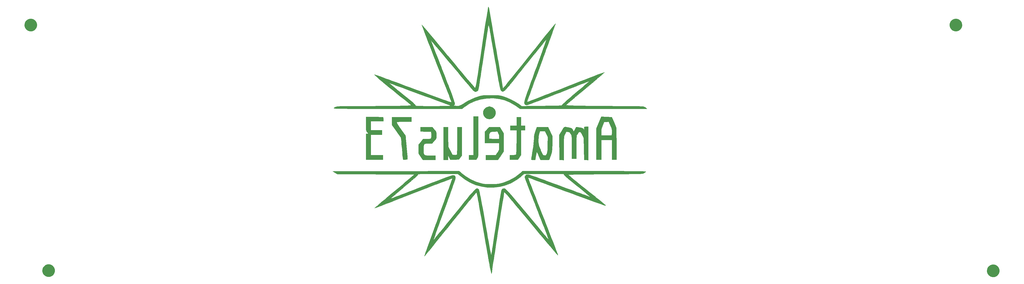
<source format=gbs>
G04 #@! TF.GenerationSoftware,KiCad,Pcbnew,5.0.2-bee76a0~70~ubuntu18.04.1*
G04 #@! TF.CreationDate,2020-02-19T03:00:32+09:00*
G04 #@! TF.ProjectId,amatelus73,616d6174-656c-4757-9337-332e6b696361,rev?*
G04 #@! TF.SameCoordinates,Original*
G04 #@! TF.FileFunction,Soldermask,Bot*
G04 #@! TF.FilePolarity,Negative*
%FSLAX46Y46*%
G04 Gerber Fmt 4.6, Leading zero omitted, Abs format (unit mm)*
G04 Created by KiCad (PCBNEW 5.0.2-bee76a0~70~ubuntu18.04.1) date 2020年02月19日 03時00分32秒*
%MOMM*%
%LPD*%
G01*
G04 APERTURE LIST*
%ADD10C,0.010000*%
%ADD11C,0.100000*%
G04 APERTURE END LIST*
D10*
G04 #@! TO.C,G\002A\002A\002A*
G36*
X185174719Y-28132364D02*
X185136273Y-28300214D01*
X185054886Y-28754099D01*
X184934915Y-29466097D01*
X184780716Y-30408289D01*
X184596643Y-31552750D01*
X184387053Y-32871560D01*
X184156301Y-34336797D01*
X183908744Y-35920539D01*
X183648737Y-37594864D01*
X183380635Y-39331851D01*
X183108795Y-41103578D01*
X182837572Y-42882122D01*
X182571322Y-44639563D01*
X182314401Y-46347978D01*
X182071164Y-47979445D01*
X181935780Y-48895000D01*
X181648979Y-50818989D01*
X181391024Y-52503802D01*
X181163911Y-53937521D01*
X180969639Y-55108226D01*
X180810205Y-56004001D01*
X180687606Y-56612924D01*
X180603840Y-56923079D01*
X180584417Y-56958499D01*
X180421067Y-56928109D01*
X180187945Y-56759183D01*
X180042013Y-56597649D01*
X179708006Y-56209821D01*
X179200881Y-55613501D01*
X178535596Y-54826494D01*
X177727109Y-53866603D01*
X176790377Y-52751632D01*
X175740358Y-51499384D01*
X174592008Y-50127663D01*
X173360287Y-48654272D01*
X172060150Y-47097016D01*
X170706556Y-45473698D01*
X170705230Y-45472107D01*
X169358941Y-43857422D01*
X168071385Y-42314878D01*
X166856939Y-40861604D01*
X165729984Y-39514732D01*
X164704900Y-38291388D01*
X163796066Y-37208705D01*
X163017861Y-36283810D01*
X162384665Y-35533834D01*
X161910858Y-34975906D01*
X161610820Y-34627156D01*
X161498929Y-34504713D01*
X161498585Y-34504748D01*
X161534521Y-34669897D01*
X161679361Y-35108086D01*
X161924801Y-35797282D01*
X162262539Y-36715453D01*
X162684272Y-37840564D01*
X163181697Y-39150582D01*
X163746512Y-40623474D01*
X164370414Y-42237206D01*
X165045099Y-43969744D01*
X165575230Y-45323125D01*
X165855882Y-46039019D01*
X166234215Y-47005800D01*
X166692681Y-48178502D01*
X167213731Y-49512159D01*
X167779815Y-50961806D01*
X168373385Y-52482477D01*
X168976891Y-54029208D01*
X169572786Y-55557032D01*
X170143520Y-57020984D01*
X170671544Y-58376099D01*
X171139310Y-59577411D01*
X171449614Y-60375054D01*
X171706464Y-61055110D01*
X171905496Y-61619919D01*
X172026242Y-62008629D01*
X172049825Y-62159341D01*
X171914456Y-62137943D01*
X171548044Y-62028021D01*
X170943937Y-61827185D01*
X170095480Y-61533044D01*
X168996020Y-61143207D01*
X167638904Y-60655283D01*
X166017477Y-60066881D01*
X164125088Y-59375610D01*
X161955081Y-58579080D01*
X159500804Y-57674898D01*
X157003750Y-56752452D01*
X155788904Y-56303842D01*
X154498760Y-55828571D01*
X153218890Y-55358083D01*
X152034863Y-54923822D01*
X151032250Y-54557233D01*
X150733125Y-54448220D01*
X149720902Y-54078089D01*
X148651843Y-53684341D01*
X147630009Y-53305482D01*
X146759461Y-52980017D01*
X146466765Y-52869563D01*
X145773601Y-52615702D01*
X145185873Y-52416836D01*
X144768385Y-52293808D01*
X144589525Y-52265783D01*
X144659518Y-52376161D01*
X144940550Y-52655024D01*
X145396534Y-53071516D01*
X145991384Y-53594782D01*
X146689015Y-54193967D01*
X147453341Y-54838217D01*
X148248276Y-55496677D01*
X149037734Y-56138491D01*
X149785629Y-56732806D01*
X150097887Y-56975665D01*
X150784667Y-57520894D01*
X151548700Y-58150797D01*
X152232968Y-58735752D01*
X152278455Y-58775750D01*
X152823798Y-59248251D01*
X153338209Y-59679700D01*
X153733224Y-59996320D01*
X153819961Y-60061335D01*
X154435769Y-60516886D01*
X155115764Y-61033533D01*
X155804579Y-61567610D01*
X156446847Y-62075450D01*
X156987202Y-62513386D01*
X157370278Y-62837752D01*
X157521332Y-62980526D01*
X157602786Y-63080357D01*
X157620340Y-63157419D01*
X157538562Y-63216137D01*
X157322023Y-63260937D01*
X156935294Y-63296245D01*
X156342943Y-63326488D01*
X155509541Y-63356092D01*
X154399658Y-63389484D01*
X154201614Y-63395254D01*
X153366032Y-63414685D01*
X152255500Y-63432947D01*
X150912569Y-63449703D01*
X149379787Y-63464618D01*
X147699706Y-63477355D01*
X145914873Y-63487579D01*
X144067840Y-63494953D01*
X142201154Y-63499142D01*
X140936462Y-63500000D01*
X138890631Y-63500248D01*
X137138083Y-63502050D01*
X135654602Y-63506991D01*
X134415971Y-63516656D01*
X133397973Y-63532631D01*
X132576392Y-63556501D01*
X131927011Y-63589851D01*
X131425613Y-63634267D01*
X131047981Y-63691333D01*
X130769900Y-63762635D01*
X130567151Y-63849758D01*
X130415519Y-63954289D01*
X130290786Y-64077811D01*
X130183688Y-64203907D01*
X130175856Y-64238231D01*
X130222030Y-64269276D01*
X130337031Y-64297202D01*
X130535683Y-64322173D01*
X130832808Y-64344351D01*
X131243230Y-64363899D01*
X131781772Y-64380978D01*
X132463257Y-64395751D01*
X133302507Y-64408381D01*
X134314347Y-64419029D01*
X135513598Y-64427858D01*
X136915084Y-64435031D01*
X138533628Y-64440709D01*
X140384053Y-64445055D01*
X142481182Y-64448232D01*
X144839837Y-64450402D01*
X147474843Y-64451726D01*
X150401022Y-64452368D01*
X152882075Y-64452499D01*
X175786775Y-64452500D01*
X176594950Y-63842553D01*
X178473849Y-62610405D01*
X180446681Y-61680663D01*
X182518459Y-61051809D01*
X184694198Y-60722323D01*
X186978912Y-60690686D01*
X186994313Y-60691460D01*
X189025435Y-60911047D01*
X190917302Y-61368787D01*
X192730118Y-62085755D01*
X194524083Y-63083027D01*
X195297090Y-63597982D01*
X196522304Y-64452500D01*
X241688056Y-64452500D01*
X241359243Y-64123686D01*
X240983845Y-63868961D01*
X240489995Y-63671435D01*
X240411153Y-63651224D01*
X240126637Y-63621425D01*
X239559835Y-63593540D01*
X238745957Y-63568233D01*
X237720214Y-63546165D01*
X236517818Y-63527999D01*
X235173978Y-63514400D01*
X233723905Y-63506029D01*
X232568750Y-63503570D01*
X230480227Y-63499819D01*
X228400520Y-63491159D01*
X226353502Y-63478005D01*
X224363046Y-63460775D01*
X222453026Y-63439885D01*
X220647314Y-63415754D01*
X218969784Y-63388798D01*
X217444309Y-63359434D01*
X216094761Y-63328080D01*
X214945015Y-63295152D01*
X214018942Y-63261068D01*
X213340416Y-63226245D01*
X212933310Y-63191100D01*
X212819217Y-63158485D01*
X212955934Y-63029459D01*
X213308479Y-62721186D01*
X213848710Y-62257603D01*
X214548481Y-61662647D01*
X215379650Y-60960256D01*
X216314073Y-60174367D01*
X217218017Y-59417179D01*
X219075787Y-57862784D01*
X220699617Y-56501610D01*
X222100218Y-55324510D01*
X222871730Y-54673723D01*
X221096641Y-54673723D01*
X220992918Y-54785604D01*
X220670622Y-55078318D01*
X220155395Y-55529808D01*
X219472877Y-56118014D01*
X218648712Y-56820878D01*
X217708539Y-57616339D01*
X216678001Y-58482340D01*
X216365588Y-58743788D01*
X215305590Y-59635685D01*
X214323035Y-60473278D01*
X213444678Y-61232943D01*
X212697273Y-61891058D01*
X212107575Y-62424001D01*
X211702336Y-62808149D01*
X211508311Y-63019878D01*
X211495808Y-63043597D01*
X211485418Y-63101555D01*
X211472080Y-63151548D01*
X211433727Y-63194412D01*
X211348294Y-63230982D01*
X211193715Y-63262095D01*
X210947924Y-63288587D01*
X210588855Y-63311293D01*
X210094442Y-63331050D01*
X209442619Y-63348693D01*
X208611320Y-63365059D01*
X207578480Y-63380984D01*
X206322033Y-63397303D01*
X204819912Y-63414853D01*
X203050052Y-63434469D01*
X200990386Y-63456988D01*
X200418476Y-63463269D01*
X197081327Y-63500000D01*
X195973476Y-62685626D01*
X194742653Y-61886900D01*
X193308726Y-61132047D01*
X191785875Y-60476624D01*
X190579375Y-60060933D01*
X190055727Y-59908351D01*
X189599401Y-59796551D01*
X189145611Y-59719234D01*
X188629573Y-59670104D01*
X187986502Y-59642863D01*
X187151614Y-59631214D01*
X186134375Y-59628852D01*
X185059176Y-59631641D01*
X184236582Y-59644187D01*
X183601715Y-59672763D01*
X183089699Y-59723639D01*
X182635659Y-59803086D01*
X182174717Y-59917374D01*
X181689375Y-60058505D01*
X180419929Y-60501657D01*
X179102443Y-61068996D01*
X177844760Y-61708493D01*
X176754727Y-62368114D01*
X176430698Y-62595640D01*
X175530386Y-63143768D01*
X174651725Y-63418514D01*
X173704877Y-63443779D01*
X173387404Y-63405283D01*
X173261443Y-63380937D01*
X171766347Y-63380937D01*
X171613494Y-63407062D01*
X171176952Y-63431206D01*
X170490528Y-63452725D01*
X169588033Y-63470979D01*
X168503272Y-63485326D01*
X167270055Y-63495122D01*
X165922190Y-63499727D01*
X165496875Y-63500000D01*
X163884239Y-63498403D01*
X162562549Y-63493002D01*
X161505263Y-63482881D01*
X160685841Y-63467124D01*
X160077742Y-63444815D01*
X159654424Y-63415038D01*
X159389346Y-63376878D01*
X159255968Y-63329417D01*
X159226250Y-63283598D01*
X159181164Y-63147100D01*
X159033322Y-62945286D01*
X158763849Y-62661610D01*
X158353867Y-62279525D01*
X157784501Y-61782484D01*
X157036876Y-61153942D01*
X156092114Y-60377351D01*
X154931342Y-59436165D01*
X153785483Y-58514236D01*
X152828809Y-57743468D01*
X151959551Y-57037418D01*
X151206697Y-56420084D01*
X150599233Y-55915461D01*
X150166146Y-55547548D01*
X149936422Y-55340341D01*
X149907255Y-55303578D01*
X150066612Y-55337359D01*
X150471691Y-55465863D01*
X151071185Y-55671655D01*
X151813786Y-55937302D01*
X152331773Y-56127455D01*
X154549863Y-56948953D01*
X156722561Y-57752745D01*
X158824828Y-58529616D01*
X160831628Y-59270348D01*
X162717925Y-59965728D01*
X164458682Y-60606537D01*
X166028863Y-61183561D01*
X167403430Y-61687584D01*
X168557347Y-62109389D01*
X169465578Y-62439760D01*
X170103085Y-62669483D01*
X170139160Y-62682352D01*
X170797733Y-62927294D01*
X171328483Y-63144150D01*
X171670178Y-63306635D01*
X171766347Y-63380937D01*
X173261443Y-63380937D01*
X172973625Y-63325307D01*
X172843348Y-63242840D01*
X172936491Y-63153342D01*
X173076763Y-63048735D01*
X173168216Y-62898829D01*
X173203394Y-62677192D01*
X173174841Y-62357389D01*
X173075101Y-61912985D01*
X172896718Y-61317546D01*
X172632237Y-60544638D01*
X172274201Y-59567827D01*
X171815155Y-58360678D01*
X171247642Y-56896757D01*
X170974569Y-56197500D01*
X170520352Y-55034756D01*
X170054931Y-53841062D01*
X169606652Y-52689287D01*
X169203866Y-51652303D01*
X168874922Y-50802979D01*
X168751250Y-50482500D01*
X168335059Y-49404286D01*
X167882448Y-48235617D01*
X167409763Y-47018341D01*
X166933352Y-45794302D01*
X166469562Y-44605347D01*
X166034740Y-43493324D01*
X165645234Y-42500077D01*
X165317390Y-41667453D01*
X165067556Y-41037300D01*
X164912078Y-40651462D01*
X164890809Y-40600312D01*
X164749706Y-40231301D01*
X164697780Y-40022505D01*
X164706372Y-40005000D01*
X164816574Y-40123669D01*
X165113660Y-40466669D01*
X165581174Y-41014488D01*
X166202659Y-41747615D01*
X166961659Y-42646538D01*
X167841717Y-43691745D01*
X168826379Y-44863726D01*
X169899186Y-46142968D01*
X171043683Y-47509961D01*
X171903069Y-48537812D01*
X173107276Y-49977785D01*
X174265466Y-51360605D01*
X175359420Y-52664651D01*
X176370917Y-53868301D01*
X177281735Y-54949934D01*
X178073654Y-55887928D01*
X178728454Y-56660662D01*
X179227913Y-57246514D01*
X179553812Y-57623861D01*
X179662287Y-57745312D01*
X180173555Y-58209382D01*
X180609325Y-58395184D01*
X181021258Y-58315375D01*
X181282266Y-58142187D01*
X181351185Y-58089551D01*
X181411847Y-58038003D01*
X181468050Y-57966221D01*
X181523588Y-57852882D01*
X181582259Y-57676662D01*
X181647859Y-57416239D01*
X181724183Y-57050291D01*
X181815029Y-56557493D01*
X181924193Y-55916524D01*
X182055470Y-55106060D01*
X182212657Y-54104778D01*
X182399550Y-52891356D01*
X182619947Y-51444471D01*
X182877642Y-49742799D01*
X183176432Y-47765018D01*
X183437355Y-46037500D01*
X183795511Y-43672284D01*
X184109887Y-41608110D01*
X184382577Y-39831853D01*
X184615676Y-38330386D01*
X184811279Y-37090584D01*
X184971479Y-36099321D01*
X185098372Y-35343470D01*
X185194053Y-34809906D01*
X185260614Y-34485503D01*
X185300152Y-34357134D01*
X185301476Y-34355607D01*
X185343159Y-34487516D01*
X185428539Y-34885493D01*
X185548499Y-35502528D01*
X185693921Y-36291614D01*
X185855686Y-37205742D01*
X185867449Y-37273562D01*
X186047250Y-38310323D01*
X186265861Y-39568850D01*
X186507455Y-40958144D01*
X186756204Y-42387206D01*
X186996279Y-43765039D01*
X187101892Y-44370625D01*
X187339197Y-45731180D01*
X187612689Y-47299749D01*
X187904104Y-48971545D01*
X188195178Y-50641786D01*
X188467649Y-52205688D01*
X188608765Y-53015872D01*
X188819416Y-54191437D01*
X189025450Y-55278464D01*
X189217764Y-56233608D01*
X189387255Y-57013524D01*
X189524820Y-57574867D01*
X189621358Y-57874293D01*
X189633939Y-57897434D01*
X190009046Y-58205825D01*
X190332902Y-58261250D01*
X190608649Y-58212081D01*
X190906389Y-58035315D01*
X191283755Y-57687061D01*
X191740027Y-57189687D01*
X191930293Y-56974474D01*
X192100700Y-56781065D01*
X192266211Y-56590959D01*
X192441792Y-56385652D01*
X192642406Y-56146642D01*
X192883015Y-55855427D01*
X193178585Y-55493504D01*
X193544079Y-55042370D01*
X193994460Y-54483523D01*
X194544692Y-53798460D01*
X195209739Y-52968679D01*
X196004564Y-51975677D01*
X196944132Y-50800952D01*
X198043406Y-49426001D01*
X199317350Y-47832321D01*
X200141483Y-46801331D01*
X201182134Y-45501758D01*
X202163091Y-44281113D01*
X203066631Y-43161154D01*
X203875033Y-42163638D01*
X204570574Y-41310324D01*
X205135532Y-40622967D01*
X205552184Y-40123327D01*
X205802808Y-39833159D01*
X205871752Y-39766334D01*
X205850033Y-39892617D01*
X205744376Y-40239060D01*
X205551585Y-40814620D01*
X205268468Y-41628250D01*
X204891831Y-42688905D01*
X204418480Y-44005540D01*
X203845221Y-45587108D01*
X203168860Y-47442564D01*
X202386205Y-49580863D01*
X201851484Y-51038125D01*
X201314808Y-52500226D01*
X200866676Y-53723194D01*
X200485830Y-54765802D01*
X200151011Y-55686825D01*
X199840962Y-56545039D01*
X199534424Y-57399217D01*
X199210140Y-58308134D01*
X198846850Y-59330566D01*
X198578658Y-60086875D01*
X198253936Y-61060433D01*
X198064780Y-61789801D01*
X198008877Y-62316787D01*
X198083912Y-62683199D01*
X198287572Y-62930845D01*
X198416718Y-63012627D01*
X198512776Y-63063049D01*
X198611532Y-63099356D01*
X198736193Y-63113592D01*
X198909962Y-63097798D01*
X199156047Y-63044016D01*
X199497652Y-62944289D01*
X199957982Y-62790658D01*
X200560244Y-62575166D01*
X201327642Y-62289855D01*
X202283381Y-61926766D01*
X203450668Y-61477943D01*
X204852708Y-60935427D01*
X206512706Y-60291260D01*
X207724375Y-59820738D01*
X208769491Y-59414131D01*
X209857373Y-58989562D01*
X210897548Y-58582428D01*
X211799544Y-58228129D01*
X212328125Y-58019485D01*
X214140443Y-57303821D01*
X215780704Y-56660397D01*
X217232217Y-56095583D01*
X218478288Y-55615748D01*
X219502225Y-55227261D01*
X220287336Y-54936491D01*
X220816930Y-54749808D01*
X221074313Y-54673580D01*
X221096641Y-54673723D01*
X222871730Y-54673723D01*
X223288301Y-54322337D01*
X224274575Y-53485943D01*
X225069749Y-52806181D01*
X225684535Y-52273903D01*
X226129641Y-51879963D01*
X226415778Y-51615211D01*
X226553656Y-51470502D01*
X226563646Y-51435000D01*
X226426342Y-51471332D01*
X226101767Y-51582600D01*
X225581086Y-51772212D01*
X224855461Y-52043576D01*
X223916056Y-52400099D01*
X222754033Y-52845189D01*
X221360558Y-53382254D01*
X219726792Y-54014700D01*
X217843900Y-54745937D01*
X215703045Y-55579372D01*
X213295390Y-56518412D01*
X210612098Y-57566465D01*
X207644334Y-58726939D01*
X206930625Y-59006178D01*
X205447429Y-59584952D01*
X204050103Y-60127162D01*
X202766501Y-60622217D01*
X201624474Y-61059523D01*
X200651874Y-61428487D01*
X199876555Y-61718518D01*
X199326368Y-61919022D01*
X199029166Y-62019407D01*
X198983798Y-62028468D01*
X199023212Y-61874377D01*
X199152662Y-61484051D01*
X199351202Y-60918726D01*
X199566476Y-60325000D01*
X199850966Y-59549411D01*
X200204118Y-58585002D01*
X200585872Y-57541259D01*
X200956167Y-56527664D01*
X201047704Y-56276875D01*
X201602240Y-54757650D01*
X202226909Y-53046975D01*
X202894011Y-51220666D01*
X203575840Y-49354543D01*
X204244693Y-47524422D01*
X204872868Y-45806122D01*
X205432660Y-44275462D01*
X205659205Y-43656250D01*
X206358250Y-41745154D01*
X206955380Y-40111001D01*
X207458205Y-38732722D01*
X207874338Y-37589248D01*
X208211388Y-36659512D01*
X208476966Y-35922445D01*
X208678685Y-35356978D01*
X208824155Y-34942044D01*
X208920988Y-34656575D01*
X208976793Y-34479501D01*
X208985485Y-34448750D01*
X209093652Y-34051875D01*
X208805889Y-34390987D01*
X208665862Y-34562717D01*
X208341874Y-34964019D01*
X207848526Y-35576712D01*
X207200418Y-36382620D01*
X206412150Y-37363563D01*
X205498322Y-38501363D01*
X204473535Y-39777841D01*
X203352388Y-41174819D01*
X202149482Y-42674118D01*
X200879416Y-44257559D01*
X199562086Y-45900362D01*
X198244566Y-47542398D01*
X196982573Y-49112863D01*
X195790353Y-50594161D01*
X194682155Y-51968700D01*
X193672226Y-53218885D01*
X192774814Y-54327122D01*
X192004166Y-55275816D01*
X191374530Y-56047373D01*
X190900154Y-56624200D01*
X190595285Y-56988703D01*
X190474170Y-57123286D01*
X190473648Y-57123541D01*
X190343734Y-57098194D01*
X190341251Y-57080744D01*
X190314665Y-56897727D01*
X190238415Y-56432440D01*
X190117761Y-55715325D01*
X189957963Y-54776825D01*
X189764283Y-53647382D01*
X189541981Y-52357440D01*
X189296317Y-50937440D01*
X189032552Y-49417825D01*
X188755947Y-47829038D01*
X188471761Y-46201521D01*
X188185256Y-44565718D01*
X187901692Y-42952071D01*
X187802013Y-42386250D01*
X187533934Y-40860600D01*
X187243627Y-39199763D01*
X186946216Y-37490849D01*
X186656826Y-35820970D01*
X186390580Y-34277236D01*
X186162602Y-32946758D01*
X186134499Y-32781875D01*
X185903569Y-31429835D01*
X185718563Y-30359718D01*
X185573034Y-29540295D01*
X185460536Y-28940337D01*
X185374622Y-28528617D01*
X185308847Y-28273906D01*
X185256764Y-28144975D01*
X185211926Y-28110595D01*
X185174719Y-28132364D01*
X185174719Y-28132364D01*
G37*
X185174719Y-28132364D02*
X185136273Y-28300214D01*
X185054886Y-28754099D01*
X184934915Y-29466097D01*
X184780716Y-30408289D01*
X184596643Y-31552750D01*
X184387053Y-32871560D01*
X184156301Y-34336797D01*
X183908744Y-35920539D01*
X183648737Y-37594864D01*
X183380635Y-39331851D01*
X183108795Y-41103578D01*
X182837572Y-42882122D01*
X182571322Y-44639563D01*
X182314401Y-46347978D01*
X182071164Y-47979445D01*
X181935780Y-48895000D01*
X181648979Y-50818989D01*
X181391024Y-52503802D01*
X181163911Y-53937521D01*
X180969639Y-55108226D01*
X180810205Y-56004001D01*
X180687606Y-56612924D01*
X180603840Y-56923079D01*
X180584417Y-56958499D01*
X180421067Y-56928109D01*
X180187945Y-56759183D01*
X180042013Y-56597649D01*
X179708006Y-56209821D01*
X179200881Y-55613501D01*
X178535596Y-54826494D01*
X177727109Y-53866603D01*
X176790377Y-52751632D01*
X175740358Y-51499384D01*
X174592008Y-50127663D01*
X173360287Y-48654272D01*
X172060150Y-47097016D01*
X170706556Y-45473698D01*
X170705230Y-45472107D01*
X169358941Y-43857422D01*
X168071385Y-42314878D01*
X166856939Y-40861604D01*
X165729984Y-39514732D01*
X164704900Y-38291388D01*
X163796066Y-37208705D01*
X163017861Y-36283810D01*
X162384665Y-35533834D01*
X161910858Y-34975906D01*
X161610820Y-34627156D01*
X161498929Y-34504713D01*
X161498585Y-34504748D01*
X161534521Y-34669897D01*
X161679361Y-35108086D01*
X161924801Y-35797282D01*
X162262539Y-36715453D01*
X162684272Y-37840564D01*
X163181697Y-39150582D01*
X163746512Y-40623474D01*
X164370414Y-42237206D01*
X165045099Y-43969744D01*
X165575230Y-45323125D01*
X165855882Y-46039019D01*
X166234215Y-47005800D01*
X166692681Y-48178502D01*
X167213731Y-49512159D01*
X167779815Y-50961806D01*
X168373385Y-52482477D01*
X168976891Y-54029208D01*
X169572786Y-55557032D01*
X170143520Y-57020984D01*
X170671544Y-58376099D01*
X171139310Y-59577411D01*
X171449614Y-60375054D01*
X171706464Y-61055110D01*
X171905496Y-61619919D01*
X172026242Y-62008629D01*
X172049825Y-62159341D01*
X171914456Y-62137943D01*
X171548044Y-62028021D01*
X170943937Y-61827185D01*
X170095480Y-61533044D01*
X168996020Y-61143207D01*
X167638904Y-60655283D01*
X166017477Y-60066881D01*
X164125088Y-59375610D01*
X161955081Y-58579080D01*
X159500804Y-57674898D01*
X157003750Y-56752452D01*
X155788904Y-56303842D01*
X154498760Y-55828571D01*
X153218890Y-55358083D01*
X152034863Y-54923822D01*
X151032250Y-54557233D01*
X150733125Y-54448220D01*
X149720902Y-54078089D01*
X148651843Y-53684341D01*
X147630009Y-53305482D01*
X146759461Y-52980017D01*
X146466765Y-52869563D01*
X145773601Y-52615702D01*
X145185873Y-52416836D01*
X144768385Y-52293808D01*
X144589525Y-52265783D01*
X144659518Y-52376161D01*
X144940550Y-52655024D01*
X145396534Y-53071516D01*
X145991384Y-53594782D01*
X146689015Y-54193967D01*
X147453341Y-54838217D01*
X148248276Y-55496677D01*
X149037734Y-56138491D01*
X149785629Y-56732806D01*
X150097887Y-56975665D01*
X150784667Y-57520894D01*
X151548700Y-58150797D01*
X152232968Y-58735752D01*
X152278455Y-58775750D01*
X152823798Y-59248251D01*
X153338209Y-59679700D01*
X153733224Y-59996320D01*
X153819961Y-60061335D01*
X154435769Y-60516886D01*
X155115764Y-61033533D01*
X155804579Y-61567610D01*
X156446847Y-62075450D01*
X156987202Y-62513386D01*
X157370278Y-62837752D01*
X157521332Y-62980526D01*
X157602786Y-63080357D01*
X157620340Y-63157419D01*
X157538562Y-63216137D01*
X157322023Y-63260937D01*
X156935294Y-63296245D01*
X156342943Y-63326488D01*
X155509541Y-63356092D01*
X154399658Y-63389484D01*
X154201614Y-63395254D01*
X153366032Y-63414685D01*
X152255500Y-63432947D01*
X150912569Y-63449703D01*
X149379787Y-63464618D01*
X147699706Y-63477355D01*
X145914873Y-63487579D01*
X144067840Y-63494953D01*
X142201154Y-63499142D01*
X140936462Y-63500000D01*
X138890631Y-63500248D01*
X137138083Y-63502050D01*
X135654602Y-63506991D01*
X134415971Y-63516656D01*
X133397973Y-63532631D01*
X132576392Y-63556501D01*
X131927011Y-63589851D01*
X131425613Y-63634267D01*
X131047981Y-63691333D01*
X130769900Y-63762635D01*
X130567151Y-63849758D01*
X130415519Y-63954289D01*
X130290786Y-64077811D01*
X130183688Y-64203907D01*
X130175856Y-64238231D01*
X130222030Y-64269276D01*
X130337031Y-64297202D01*
X130535683Y-64322173D01*
X130832808Y-64344351D01*
X131243230Y-64363899D01*
X131781772Y-64380978D01*
X132463257Y-64395751D01*
X133302507Y-64408381D01*
X134314347Y-64419029D01*
X135513598Y-64427858D01*
X136915084Y-64435031D01*
X138533628Y-64440709D01*
X140384053Y-64445055D01*
X142481182Y-64448232D01*
X144839837Y-64450402D01*
X147474843Y-64451726D01*
X150401022Y-64452368D01*
X152882075Y-64452499D01*
X175786775Y-64452500D01*
X176594950Y-63842553D01*
X178473849Y-62610405D01*
X180446681Y-61680663D01*
X182518459Y-61051809D01*
X184694198Y-60722323D01*
X186978912Y-60690686D01*
X186994313Y-60691460D01*
X189025435Y-60911047D01*
X190917302Y-61368787D01*
X192730118Y-62085755D01*
X194524083Y-63083027D01*
X195297090Y-63597982D01*
X196522304Y-64452500D01*
X241688056Y-64452500D01*
X241359243Y-64123686D01*
X240983845Y-63868961D01*
X240489995Y-63671435D01*
X240411153Y-63651224D01*
X240126637Y-63621425D01*
X239559835Y-63593540D01*
X238745957Y-63568233D01*
X237720214Y-63546165D01*
X236517818Y-63527999D01*
X235173978Y-63514400D01*
X233723905Y-63506029D01*
X232568750Y-63503570D01*
X230480227Y-63499819D01*
X228400520Y-63491159D01*
X226353502Y-63478005D01*
X224363046Y-63460775D01*
X222453026Y-63439885D01*
X220647314Y-63415754D01*
X218969784Y-63388798D01*
X217444309Y-63359434D01*
X216094761Y-63328080D01*
X214945015Y-63295152D01*
X214018942Y-63261068D01*
X213340416Y-63226245D01*
X212933310Y-63191100D01*
X212819217Y-63158485D01*
X212955934Y-63029459D01*
X213308479Y-62721186D01*
X213848710Y-62257603D01*
X214548481Y-61662647D01*
X215379650Y-60960256D01*
X216314073Y-60174367D01*
X217218017Y-59417179D01*
X219075787Y-57862784D01*
X220699617Y-56501610D01*
X222100218Y-55324510D01*
X222871730Y-54673723D01*
X221096641Y-54673723D01*
X220992918Y-54785604D01*
X220670622Y-55078318D01*
X220155395Y-55529808D01*
X219472877Y-56118014D01*
X218648712Y-56820878D01*
X217708539Y-57616339D01*
X216678001Y-58482340D01*
X216365588Y-58743788D01*
X215305590Y-59635685D01*
X214323035Y-60473278D01*
X213444678Y-61232943D01*
X212697273Y-61891058D01*
X212107575Y-62424001D01*
X211702336Y-62808149D01*
X211508311Y-63019878D01*
X211495808Y-63043597D01*
X211485418Y-63101555D01*
X211472080Y-63151548D01*
X211433727Y-63194412D01*
X211348294Y-63230982D01*
X211193715Y-63262095D01*
X210947924Y-63288587D01*
X210588855Y-63311293D01*
X210094442Y-63331050D01*
X209442619Y-63348693D01*
X208611320Y-63365059D01*
X207578480Y-63380984D01*
X206322033Y-63397303D01*
X204819912Y-63414853D01*
X203050052Y-63434469D01*
X200990386Y-63456988D01*
X200418476Y-63463269D01*
X197081327Y-63500000D01*
X195973476Y-62685626D01*
X194742653Y-61886900D01*
X193308726Y-61132047D01*
X191785875Y-60476624D01*
X190579375Y-60060933D01*
X190055727Y-59908351D01*
X189599401Y-59796551D01*
X189145611Y-59719234D01*
X188629573Y-59670104D01*
X187986502Y-59642863D01*
X187151614Y-59631214D01*
X186134375Y-59628852D01*
X185059176Y-59631641D01*
X184236582Y-59644187D01*
X183601715Y-59672763D01*
X183089699Y-59723639D01*
X182635659Y-59803086D01*
X182174717Y-59917374D01*
X181689375Y-60058505D01*
X180419929Y-60501657D01*
X179102443Y-61068996D01*
X177844760Y-61708493D01*
X176754727Y-62368114D01*
X176430698Y-62595640D01*
X175530386Y-63143768D01*
X174651725Y-63418514D01*
X173704877Y-63443779D01*
X173387404Y-63405283D01*
X173261443Y-63380937D01*
X171766347Y-63380937D01*
X171613494Y-63407062D01*
X171176952Y-63431206D01*
X170490528Y-63452725D01*
X169588033Y-63470979D01*
X168503272Y-63485326D01*
X167270055Y-63495122D01*
X165922190Y-63499727D01*
X165496875Y-63500000D01*
X163884239Y-63498403D01*
X162562549Y-63493002D01*
X161505263Y-63482881D01*
X160685841Y-63467124D01*
X160077742Y-63444815D01*
X159654424Y-63415038D01*
X159389346Y-63376878D01*
X159255968Y-63329417D01*
X159226250Y-63283598D01*
X159181164Y-63147100D01*
X159033322Y-62945286D01*
X158763849Y-62661610D01*
X158353867Y-62279525D01*
X157784501Y-61782484D01*
X157036876Y-61153942D01*
X156092114Y-60377351D01*
X154931342Y-59436165D01*
X153785483Y-58514236D01*
X152828809Y-57743468D01*
X151959551Y-57037418D01*
X151206697Y-56420084D01*
X150599233Y-55915461D01*
X150166146Y-55547548D01*
X149936422Y-55340341D01*
X149907255Y-55303578D01*
X150066612Y-55337359D01*
X150471691Y-55465863D01*
X151071185Y-55671655D01*
X151813786Y-55937302D01*
X152331773Y-56127455D01*
X154549863Y-56948953D01*
X156722561Y-57752745D01*
X158824828Y-58529616D01*
X160831628Y-59270348D01*
X162717925Y-59965728D01*
X164458682Y-60606537D01*
X166028863Y-61183561D01*
X167403430Y-61687584D01*
X168557347Y-62109389D01*
X169465578Y-62439760D01*
X170103085Y-62669483D01*
X170139160Y-62682352D01*
X170797733Y-62927294D01*
X171328483Y-63144150D01*
X171670178Y-63306635D01*
X171766347Y-63380937D01*
X173261443Y-63380937D01*
X172973625Y-63325307D01*
X172843348Y-63242840D01*
X172936491Y-63153342D01*
X173076763Y-63048735D01*
X173168216Y-62898829D01*
X173203394Y-62677192D01*
X173174841Y-62357389D01*
X173075101Y-61912985D01*
X172896718Y-61317546D01*
X172632237Y-60544638D01*
X172274201Y-59567827D01*
X171815155Y-58360678D01*
X171247642Y-56896757D01*
X170974569Y-56197500D01*
X170520352Y-55034756D01*
X170054931Y-53841062D01*
X169606652Y-52689287D01*
X169203866Y-51652303D01*
X168874922Y-50802979D01*
X168751250Y-50482500D01*
X168335059Y-49404286D01*
X167882448Y-48235617D01*
X167409763Y-47018341D01*
X166933352Y-45794302D01*
X166469562Y-44605347D01*
X166034740Y-43493324D01*
X165645234Y-42500077D01*
X165317390Y-41667453D01*
X165067556Y-41037300D01*
X164912078Y-40651462D01*
X164890809Y-40600312D01*
X164749706Y-40231301D01*
X164697780Y-40022505D01*
X164706372Y-40005000D01*
X164816574Y-40123669D01*
X165113660Y-40466669D01*
X165581174Y-41014488D01*
X166202659Y-41747615D01*
X166961659Y-42646538D01*
X167841717Y-43691745D01*
X168826379Y-44863726D01*
X169899186Y-46142968D01*
X171043683Y-47509961D01*
X171903069Y-48537812D01*
X173107276Y-49977785D01*
X174265466Y-51360605D01*
X175359420Y-52664651D01*
X176370917Y-53868301D01*
X177281735Y-54949934D01*
X178073654Y-55887928D01*
X178728454Y-56660662D01*
X179227913Y-57246514D01*
X179553812Y-57623861D01*
X179662287Y-57745312D01*
X180173555Y-58209382D01*
X180609325Y-58395184D01*
X181021258Y-58315375D01*
X181282266Y-58142187D01*
X181351185Y-58089551D01*
X181411847Y-58038003D01*
X181468050Y-57966221D01*
X181523588Y-57852882D01*
X181582259Y-57676662D01*
X181647859Y-57416239D01*
X181724183Y-57050291D01*
X181815029Y-56557493D01*
X181924193Y-55916524D01*
X182055470Y-55106060D01*
X182212657Y-54104778D01*
X182399550Y-52891356D01*
X182619947Y-51444471D01*
X182877642Y-49742799D01*
X183176432Y-47765018D01*
X183437355Y-46037500D01*
X183795511Y-43672284D01*
X184109887Y-41608110D01*
X184382577Y-39831853D01*
X184615676Y-38330386D01*
X184811279Y-37090584D01*
X184971479Y-36099321D01*
X185098372Y-35343470D01*
X185194053Y-34809906D01*
X185260614Y-34485503D01*
X185300152Y-34357134D01*
X185301476Y-34355607D01*
X185343159Y-34487516D01*
X185428539Y-34885493D01*
X185548499Y-35502528D01*
X185693921Y-36291614D01*
X185855686Y-37205742D01*
X185867449Y-37273562D01*
X186047250Y-38310323D01*
X186265861Y-39568850D01*
X186507455Y-40958144D01*
X186756204Y-42387206D01*
X186996279Y-43765039D01*
X187101892Y-44370625D01*
X187339197Y-45731180D01*
X187612689Y-47299749D01*
X187904104Y-48971545D01*
X188195178Y-50641786D01*
X188467649Y-52205688D01*
X188608765Y-53015872D01*
X188819416Y-54191437D01*
X189025450Y-55278464D01*
X189217764Y-56233608D01*
X189387255Y-57013524D01*
X189524820Y-57574867D01*
X189621358Y-57874293D01*
X189633939Y-57897434D01*
X190009046Y-58205825D01*
X190332902Y-58261250D01*
X190608649Y-58212081D01*
X190906389Y-58035315D01*
X191283755Y-57687061D01*
X191740027Y-57189687D01*
X191930293Y-56974474D01*
X192100700Y-56781065D01*
X192266211Y-56590959D01*
X192441792Y-56385652D01*
X192642406Y-56146642D01*
X192883015Y-55855427D01*
X193178585Y-55493504D01*
X193544079Y-55042370D01*
X193994460Y-54483523D01*
X194544692Y-53798460D01*
X195209739Y-52968679D01*
X196004564Y-51975677D01*
X196944132Y-50800952D01*
X198043406Y-49426001D01*
X199317350Y-47832321D01*
X200141483Y-46801331D01*
X201182134Y-45501758D01*
X202163091Y-44281113D01*
X203066631Y-43161154D01*
X203875033Y-42163638D01*
X204570574Y-41310324D01*
X205135532Y-40622967D01*
X205552184Y-40123327D01*
X205802808Y-39833159D01*
X205871752Y-39766334D01*
X205850033Y-39892617D01*
X205744376Y-40239060D01*
X205551585Y-40814620D01*
X205268468Y-41628250D01*
X204891831Y-42688905D01*
X204418480Y-44005540D01*
X203845221Y-45587108D01*
X203168860Y-47442564D01*
X202386205Y-49580863D01*
X201851484Y-51038125D01*
X201314808Y-52500226D01*
X200866676Y-53723194D01*
X200485830Y-54765802D01*
X200151011Y-55686825D01*
X199840962Y-56545039D01*
X199534424Y-57399217D01*
X199210140Y-58308134D01*
X198846850Y-59330566D01*
X198578658Y-60086875D01*
X198253936Y-61060433D01*
X198064780Y-61789801D01*
X198008877Y-62316787D01*
X198083912Y-62683199D01*
X198287572Y-62930845D01*
X198416718Y-63012627D01*
X198512776Y-63063049D01*
X198611532Y-63099356D01*
X198736193Y-63113592D01*
X198909962Y-63097798D01*
X199156047Y-63044016D01*
X199497652Y-62944289D01*
X199957982Y-62790658D01*
X200560244Y-62575166D01*
X201327642Y-62289855D01*
X202283381Y-61926766D01*
X203450668Y-61477943D01*
X204852708Y-60935427D01*
X206512706Y-60291260D01*
X207724375Y-59820738D01*
X208769491Y-59414131D01*
X209857373Y-58989562D01*
X210897548Y-58582428D01*
X211799544Y-58228129D01*
X212328125Y-58019485D01*
X214140443Y-57303821D01*
X215780704Y-56660397D01*
X217232217Y-56095583D01*
X218478288Y-55615748D01*
X219502225Y-55227261D01*
X220287336Y-54936491D01*
X220816930Y-54749808D01*
X221074313Y-54673580D01*
X221096641Y-54673723D01*
X222871730Y-54673723D01*
X223288301Y-54322337D01*
X224274575Y-53485943D01*
X225069749Y-52806181D01*
X225684535Y-52273903D01*
X226129641Y-51879963D01*
X226415778Y-51615211D01*
X226553656Y-51470502D01*
X226563646Y-51435000D01*
X226426342Y-51471332D01*
X226101767Y-51582600D01*
X225581086Y-51772212D01*
X224855461Y-52043576D01*
X223916056Y-52400099D01*
X222754033Y-52845189D01*
X221360558Y-53382254D01*
X219726792Y-54014700D01*
X217843900Y-54745937D01*
X215703045Y-55579372D01*
X213295390Y-56518412D01*
X210612098Y-57566465D01*
X207644334Y-58726939D01*
X206930625Y-59006178D01*
X205447429Y-59584952D01*
X204050103Y-60127162D01*
X202766501Y-60622217D01*
X201624474Y-61059523D01*
X200651874Y-61428487D01*
X199876555Y-61718518D01*
X199326368Y-61919022D01*
X199029166Y-62019407D01*
X198983798Y-62028468D01*
X199023212Y-61874377D01*
X199152662Y-61484051D01*
X199351202Y-60918726D01*
X199566476Y-60325000D01*
X199850966Y-59549411D01*
X200204118Y-58585002D01*
X200585872Y-57541259D01*
X200956167Y-56527664D01*
X201047704Y-56276875D01*
X201602240Y-54757650D01*
X202226909Y-53046975D01*
X202894011Y-51220666D01*
X203575840Y-49354543D01*
X204244693Y-47524422D01*
X204872868Y-45806122D01*
X205432660Y-44275462D01*
X205659205Y-43656250D01*
X206358250Y-41745154D01*
X206955380Y-40111001D01*
X207458205Y-38732722D01*
X207874338Y-37589248D01*
X208211388Y-36659512D01*
X208476966Y-35922445D01*
X208678685Y-35356978D01*
X208824155Y-34942044D01*
X208920988Y-34656575D01*
X208976793Y-34479501D01*
X208985485Y-34448750D01*
X209093652Y-34051875D01*
X208805889Y-34390987D01*
X208665862Y-34562717D01*
X208341874Y-34964019D01*
X207848526Y-35576712D01*
X207200418Y-36382620D01*
X206412150Y-37363563D01*
X205498322Y-38501363D01*
X204473535Y-39777841D01*
X203352388Y-41174819D01*
X202149482Y-42674118D01*
X200879416Y-44257559D01*
X199562086Y-45900362D01*
X198244566Y-47542398D01*
X196982573Y-49112863D01*
X195790353Y-50594161D01*
X194682155Y-51968700D01*
X193672226Y-53218885D01*
X192774814Y-54327122D01*
X192004166Y-55275816D01*
X191374530Y-56047373D01*
X190900154Y-56624200D01*
X190595285Y-56988703D01*
X190474170Y-57123286D01*
X190473648Y-57123541D01*
X190343734Y-57098194D01*
X190341251Y-57080744D01*
X190314665Y-56897727D01*
X190238415Y-56432440D01*
X190117761Y-55715325D01*
X189957963Y-54776825D01*
X189764283Y-53647382D01*
X189541981Y-52357440D01*
X189296317Y-50937440D01*
X189032552Y-49417825D01*
X188755947Y-47829038D01*
X188471761Y-46201521D01*
X188185256Y-44565718D01*
X187901692Y-42952071D01*
X187802013Y-42386250D01*
X187533934Y-40860600D01*
X187243627Y-39199763D01*
X186946216Y-37490849D01*
X186656826Y-35820970D01*
X186390580Y-34277236D01*
X186162602Y-32946758D01*
X186134499Y-32781875D01*
X185903569Y-31429835D01*
X185718563Y-30359718D01*
X185573034Y-29540295D01*
X185460536Y-28940337D01*
X185374622Y-28528617D01*
X185308847Y-28273906D01*
X185256764Y-28144975D01*
X185211926Y-28110595D01*
X185174719Y-28132364D01*
G36*
X141605000Y-69777789D02*
X141606869Y-70716887D01*
X141617708Y-71395498D01*
X141645365Y-71870632D01*
X141697689Y-72199300D01*
X141782528Y-72438512D01*
X141907732Y-72645278D01*
X142020717Y-72797467D01*
X142436434Y-73342500D01*
X141605000Y-73342500D01*
X141605000Y-82550000D01*
X147637500Y-82550000D01*
X147637500Y-80962500D01*
X143351250Y-80962500D01*
X143351250Y-73660000D01*
X147320000Y-73660000D01*
X147320000Y-72072500D01*
X143351250Y-72072500D01*
X143351250Y-68897500D01*
X147813647Y-68897500D01*
X147765261Y-68143437D01*
X147716875Y-67389375D01*
X144660938Y-67346259D01*
X141605000Y-67303144D01*
X141605000Y-69777789D01*
X141605000Y-69777789D01*
G37*
X141605000Y-69777789D02*
X141606869Y-70716887D01*
X141617708Y-71395498D01*
X141645365Y-71870632D01*
X141697689Y-72199300D01*
X141782528Y-72438512D01*
X141907732Y-72645278D01*
X142020717Y-72797467D01*
X142436434Y-73342500D01*
X141605000Y-73342500D01*
X141605000Y-82550000D01*
X147637500Y-82550000D01*
X147637500Y-80962500D01*
X143351250Y-80962500D01*
X143351250Y-73660000D01*
X147320000Y-73660000D01*
X147320000Y-72072500D01*
X143351250Y-72072500D01*
X143351250Y-68897500D01*
X147813647Y-68897500D01*
X147765261Y-68143437D01*
X147716875Y-67389375D01*
X144660938Y-67346259D01*
X141605000Y-67303144D01*
X141605000Y-69777789D01*
G36*
X150812500Y-70200290D02*
X152374189Y-72366707D01*
X152898427Y-73095930D01*
X153359199Y-73740618D01*
X153723608Y-74254447D01*
X153958757Y-74591089D01*
X154029826Y-74698220D01*
X154070548Y-74900804D01*
X154129227Y-75369311D01*
X154200626Y-76053012D01*
X154279505Y-76901179D01*
X154360627Y-77863082D01*
X154374082Y-78031970D01*
X154456277Y-79050525D01*
X154536443Y-80004209D01*
X154609140Y-80831238D01*
X154668925Y-81469831D01*
X154710358Y-81858204D01*
X154712547Y-81875312D01*
X154800705Y-82550000D01*
X155584728Y-82550000D01*
X156053116Y-82535743D01*
X156285464Y-82467352D01*
X156362841Y-82306394D01*
X156368750Y-82178323D01*
X156355455Y-81884014D01*
X156318615Y-81343900D01*
X156262799Y-80610798D01*
X156192573Y-79737522D01*
X156112508Y-78776889D01*
X156027170Y-77781713D01*
X155941129Y-76804810D01*
X155858951Y-75898995D01*
X155785207Y-75117084D01*
X155724463Y-74511893D01*
X155681287Y-74136235D01*
X155664866Y-74040325D01*
X155554319Y-73858125D01*
X155288751Y-73467313D01*
X154901169Y-72915112D01*
X154424584Y-72248745D01*
X154080737Y-71774043D01*
X153565915Y-71048190D01*
X153125555Y-70391904D01*
X152791679Y-69855773D01*
X152596310Y-69490386D01*
X152558750Y-69369655D01*
X152574049Y-69253970D01*
X152649924Y-69170892D01*
X152831342Y-69115042D01*
X153163271Y-69081038D01*
X153690680Y-69063501D01*
X154458536Y-69057050D01*
X155178125Y-69056250D01*
X157797500Y-69056250D01*
X157797500Y-67468750D01*
X150812500Y-67468750D01*
X150812500Y-70200290D01*
X150812500Y-70200290D01*
G37*
X150812500Y-70200290D02*
X152374189Y-72366707D01*
X152898427Y-73095930D01*
X153359199Y-73740618D01*
X153723608Y-74254447D01*
X153958757Y-74591089D01*
X154029826Y-74698220D01*
X154070548Y-74900804D01*
X154129227Y-75369311D01*
X154200626Y-76053012D01*
X154279505Y-76901179D01*
X154360627Y-77863082D01*
X154374082Y-78031970D01*
X154456277Y-79050525D01*
X154536443Y-80004209D01*
X154609140Y-80831238D01*
X154668925Y-81469831D01*
X154710358Y-81858204D01*
X154712547Y-81875312D01*
X154800705Y-82550000D01*
X155584728Y-82550000D01*
X156053116Y-82535743D01*
X156285464Y-82467352D01*
X156362841Y-82306394D01*
X156368750Y-82178323D01*
X156355455Y-81884014D01*
X156318615Y-81343900D01*
X156262799Y-80610798D01*
X156192573Y-79737522D01*
X156112508Y-78776889D01*
X156027170Y-77781713D01*
X155941129Y-76804810D01*
X155858951Y-75898995D01*
X155785207Y-75117084D01*
X155724463Y-74511893D01*
X155681287Y-74136235D01*
X155664866Y-74040325D01*
X155554319Y-73858125D01*
X155288751Y-73467313D01*
X154901169Y-72915112D01*
X154424584Y-72248745D01*
X154080737Y-71774043D01*
X153565915Y-71048190D01*
X153125555Y-70391904D01*
X152791679Y-69855773D01*
X152596310Y-69490386D01*
X152558750Y-69369655D01*
X152574049Y-69253970D01*
X152649924Y-69170892D01*
X152831342Y-69115042D01*
X153163271Y-69081038D01*
X153690680Y-69063501D01*
X154458536Y-69057050D01*
X155178125Y-69056250D01*
X157797500Y-69056250D01*
X157797500Y-67468750D01*
X150812500Y-67468750D01*
X150812500Y-70200290D01*
G36*
X179863750Y-80962500D02*
X178276250Y-80962500D01*
X178276250Y-82550000D01*
X179585938Y-82548034D01*
X180895625Y-82546069D01*
X181252813Y-81994636D01*
X181337319Y-81859519D01*
X181407319Y-81719269D01*
X181464180Y-81544454D01*
X181509268Y-81305640D01*
X181543948Y-80973397D01*
X181569585Y-80518291D01*
X181587547Y-79910891D01*
X181599198Y-79121764D01*
X181605905Y-78121477D01*
X181609032Y-76880599D01*
X181609946Y-75369697D01*
X181610000Y-74297226D01*
X181610000Y-67151250D01*
X179863750Y-67151250D01*
X179863750Y-80962500D01*
X179863750Y-80962500D01*
G37*
X179863750Y-80962500D02*
X178276250Y-80962500D01*
X178276250Y-82550000D01*
X179585938Y-82548034D01*
X180895625Y-82546069D01*
X181252813Y-81994636D01*
X181337319Y-81859519D01*
X181407319Y-81719269D01*
X181464180Y-81544454D01*
X181509268Y-81305640D01*
X181543948Y-80973397D01*
X181569585Y-80518291D01*
X181587547Y-79910891D01*
X181599198Y-79121764D01*
X181605905Y-78121477D01*
X181609032Y-76880599D01*
X181609946Y-75369697D01*
X181610000Y-74297226D01*
X181610000Y-67151250D01*
X179863750Y-67151250D01*
X179863750Y-80962500D01*
G36*
X195262500Y-70485000D02*
X193040000Y-70485000D01*
X193040000Y-72072500D01*
X195262500Y-72072500D01*
X195262500Y-76210436D01*
X195256065Y-77545479D01*
X195237408Y-78678118D01*
X195207507Y-79581958D01*
X195167336Y-80230604D01*
X195117872Y-80597660D01*
X195098165Y-80655436D01*
X194952111Y-80827411D01*
X194693105Y-80921539D01*
X194240090Y-80958725D01*
X193907540Y-80962500D01*
X192881250Y-80962500D01*
X192881250Y-82550000D01*
X195711709Y-82550000D01*
X196280855Y-81774668D01*
X196850000Y-80999337D01*
X196850000Y-72072500D01*
X198278750Y-72072500D01*
X198278750Y-70485000D01*
X196850000Y-70485000D01*
X196850000Y-67468750D01*
X195262500Y-67468750D01*
X195262500Y-70485000D01*
X195262500Y-70485000D01*
G37*
X195262500Y-70485000D02*
X193040000Y-70485000D01*
X193040000Y-72072500D01*
X195262500Y-72072500D01*
X195262500Y-76210436D01*
X195256065Y-77545479D01*
X195237408Y-78678118D01*
X195207507Y-79581958D01*
X195167336Y-80230604D01*
X195117872Y-80597660D01*
X195098165Y-80655436D01*
X194952111Y-80827411D01*
X194693105Y-80921539D01*
X194240090Y-80958725D01*
X193907540Y-80962500D01*
X192881250Y-80962500D01*
X192881250Y-82550000D01*
X195711709Y-82550000D01*
X196280855Y-81774668D01*
X196850000Y-80999337D01*
X196850000Y-72072500D01*
X198278750Y-72072500D01*
X198278750Y-70485000D01*
X196850000Y-70485000D01*
X196850000Y-67468750D01*
X195262500Y-67468750D01*
X195262500Y-70485000D01*
G36*
X223671826Y-71516875D02*
X223675288Y-77033437D01*
X223678750Y-82550000D01*
X225425000Y-82550000D01*
X225425000Y-75565000D01*
X229235000Y-75565000D01*
X229235000Y-82550000D01*
X230822500Y-82550000D01*
X230818972Y-76874687D01*
X230816390Y-72720729D01*
X229236291Y-72720729D01*
X229220635Y-73270348D01*
X229180966Y-73686332D01*
X229129167Y-73871666D01*
X228936856Y-73913869D01*
X228495243Y-73948080D01*
X227872497Y-73970511D01*
X227224167Y-73977500D01*
X225425000Y-73977500D01*
X225425000Y-72802203D01*
X225449723Y-72110283D01*
X225544782Y-71526872D01*
X225741519Y-70909017D01*
X225955752Y-70381265D01*
X226486503Y-69135625D01*
X227276756Y-69088625D01*
X228067010Y-69041625D01*
X228652296Y-70358625D01*
X228958042Y-71093162D01*
X229137299Y-71671823D01*
X229219856Y-72215105D01*
X229236291Y-72720729D01*
X230816390Y-72720729D01*
X230815444Y-71199375D01*
X229983152Y-69294375D01*
X229150859Y-67389375D01*
X227317617Y-67344906D01*
X225484374Y-67300437D01*
X223671826Y-71516875D01*
X223671826Y-71516875D01*
G37*
X223671826Y-71516875D02*
X223675288Y-77033437D01*
X223678750Y-82550000D01*
X225425000Y-82550000D01*
X225425000Y-75565000D01*
X229235000Y-75565000D01*
X229235000Y-82550000D01*
X230822500Y-82550000D01*
X230818972Y-76874687D01*
X230816390Y-72720729D01*
X229236291Y-72720729D01*
X229220635Y-73270348D01*
X229180966Y-73686332D01*
X229129167Y-73871666D01*
X228936856Y-73913869D01*
X228495243Y-73948080D01*
X227872497Y-73970511D01*
X227224167Y-73977500D01*
X225425000Y-73977500D01*
X225425000Y-72802203D01*
X225449723Y-72110283D01*
X225544782Y-71526872D01*
X225741519Y-70909017D01*
X225955752Y-70381265D01*
X226486503Y-69135625D01*
X227276756Y-69088625D01*
X228067010Y-69041625D01*
X228652296Y-70358625D01*
X228958042Y-71093162D01*
X229137299Y-71671823D01*
X229219856Y-72215105D01*
X229236291Y-72720729D01*
X230816390Y-72720729D01*
X230815444Y-71199375D01*
X229983152Y-69294375D01*
X229150859Y-67389375D01*
X227317617Y-67344906D01*
X225484374Y-67300437D01*
X223671826Y-71516875D01*
G36*
X160972500Y-72538977D02*
X162917188Y-72583551D01*
X164861875Y-72628125D01*
X164909142Y-73713976D01*
X164907992Y-74383574D01*
X164844404Y-74854107D01*
X164770641Y-75023664D01*
X164544680Y-75148664D01*
X164093277Y-75221086D01*
X163374289Y-75247183D01*
X163262145Y-75247500D01*
X161939415Y-75247500D01*
X161138458Y-76237390D01*
X160337500Y-77227280D01*
X160337500Y-80386306D01*
X161091563Y-81545478D01*
X161845625Y-82704649D01*
X164107813Y-82706699D01*
X166370000Y-82708750D01*
X166370000Y-81121250D01*
X164474002Y-81121250D01*
X163557443Y-81113210D01*
X162911312Y-81059910D01*
X162488542Y-80917580D01*
X162242065Y-80642447D01*
X162124813Y-80190741D01*
X162089718Y-79518691D01*
X162088799Y-78903114D01*
X162102645Y-78060792D01*
X162166320Y-77485108D01*
X162322971Y-77125270D01*
X162615743Y-76930485D01*
X163087784Y-76849963D01*
X163782240Y-76832910D01*
X163847502Y-76832768D01*
X165179375Y-76830537D01*
X165933438Y-75923459D01*
X166316304Y-75451462D01*
X166541005Y-75102247D01*
X166649690Y-74758216D01*
X166684508Y-74301766D01*
X166687500Y-73819525D01*
X166680556Y-73203926D01*
X166632649Y-72792516D01*
X166503167Y-72471981D01*
X166251500Y-72129011D01*
X165960815Y-71791960D01*
X165234129Y-70961250D01*
X160972500Y-70961250D01*
X160972500Y-72538977D01*
X160972500Y-72538977D01*
G37*
X160972500Y-72538977D02*
X162917188Y-72583551D01*
X164861875Y-72628125D01*
X164909142Y-73713976D01*
X164907992Y-74383574D01*
X164844404Y-74854107D01*
X164770641Y-75023664D01*
X164544680Y-75148664D01*
X164093277Y-75221086D01*
X163374289Y-75247183D01*
X163262145Y-75247500D01*
X161939415Y-75247500D01*
X161138458Y-76237390D01*
X160337500Y-77227280D01*
X160337500Y-80386306D01*
X161091563Y-81545478D01*
X161845625Y-82704649D01*
X164107813Y-82706699D01*
X166370000Y-82708750D01*
X166370000Y-81121250D01*
X164474002Y-81121250D01*
X163557443Y-81113210D01*
X162911312Y-81059910D01*
X162488542Y-80917580D01*
X162242065Y-80642447D01*
X162124813Y-80190741D01*
X162089718Y-79518691D01*
X162088799Y-78903114D01*
X162102645Y-78060792D01*
X162166320Y-77485108D01*
X162322971Y-77125270D01*
X162615743Y-76930485D01*
X163087784Y-76849963D01*
X163782240Y-76832910D01*
X163847502Y-76832768D01*
X165179375Y-76830537D01*
X165933438Y-75923459D01*
X166316304Y-75451462D01*
X166541005Y-75102247D01*
X166649690Y-74758216D01*
X166684508Y-74301766D01*
X166687500Y-73819525D01*
X166680556Y-73203926D01*
X166632649Y-72792516D01*
X166503167Y-72471981D01*
X166251500Y-72129011D01*
X165960815Y-71791960D01*
X165234129Y-70961250D01*
X160972500Y-70961250D01*
X160972500Y-72538977D01*
G36*
X174146320Y-75763437D02*
X174141472Y-76973906D01*
X174128924Y-78086155D01*
X174109778Y-79059270D01*
X174085132Y-79852338D01*
X174056088Y-80424448D01*
X174023746Y-80734685D01*
X174011523Y-80774360D01*
X173743861Y-80914347D01*
X173214572Y-80935398D01*
X173180517Y-80933110D01*
X172481875Y-80883125D01*
X170902193Y-78025625D01*
X170850155Y-74493437D01*
X170798117Y-70961250D01*
X169227500Y-70961250D01*
X169227500Y-82708750D01*
X170815000Y-82708750D01*
X170822392Y-81875312D01*
X170829784Y-81041875D01*
X171222310Y-81795937D01*
X171614836Y-82550000D01*
X173159606Y-82543808D01*
X174704375Y-82537617D01*
X175220313Y-81836107D01*
X175736250Y-81134598D01*
X175736250Y-70961250D01*
X174148750Y-70961250D01*
X174146320Y-75763437D01*
X174146320Y-75763437D01*
G37*
X174146320Y-75763437D02*
X174141472Y-76973906D01*
X174128924Y-78086155D01*
X174109778Y-79059270D01*
X174085132Y-79852338D01*
X174056088Y-80424448D01*
X174023746Y-80734685D01*
X174011523Y-80774360D01*
X173743861Y-80914347D01*
X173214572Y-80935398D01*
X173180517Y-80933110D01*
X172481875Y-80883125D01*
X170902193Y-78025625D01*
X170850155Y-74493437D01*
X170798117Y-70961250D01*
X169227500Y-70961250D01*
X169227500Y-82708750D01*
X170815000Y-82708750D01*
X170822392Y-81875312D01*
X170829784Y-81041875D01*
X171222310Y-81795937D01*
X171614836Y-82550000D01*
X173159606Y-82543808D01*
X174704375Y-82537617D01*
X175220313Y-81836107D01*
X175736250Y-81134598D01*
X175736250Y-70961250D01*
X174148750Y-70961250D01*
X174146320Y-75763437D01*
G36*
X184724909Y-71820006D02*
X183991250Y-72678763D01*
X183991250Y-76676250D01*
X189071250Y-76676250D01*
X189071250Y-77893865D01*
X189059116Y-78542535D01*
X188999339Y-79000082D01*
X188856863Y-79392635D01*
X188596629Y-79846321D01*
X188475938Y-80035602D01*
X187880625Y-80959723D01*
X186094688Y-80961111D01*
X184308750Y-80962500D01*
X184308750Y-82708750D01*
X188570473Y-82708750D01*
X189614612Y-81200699D01*
X190658750Y-79692649D01*
X190658750Y-74468023D01*
X189071250Y-74468023D01*
X189071250Y-75257898D01*
X187285313Y-75213011D01*
X185499375Y-75168125D01*
X185451240Y-74330308D01*
X185451597Y-73759738D01*
X185555934Y-73360113D01*
X185768740Y-73029404D01*
X185984661Y-72786371D01*
X186213875Y-72646569D01*
X186549630Y-72580681D01*
X187085176Y-72559389D01*
X187269632Y-72557533D01*
X188404889Y-72548750D01*
X188738070Y-73113449D01*
X189019388Y-73888061D01*
X189071250Y-74468023D01*
X190658750Y-74468023D01*
X190658750Y-73219648D01*
X189984063Y-72096075D01*
X189309375Y-70972501D01*
X187383972Y-70966875D01*
X185458568Y-70961250D01*
X184724909Y-71820006D01*
X184724909Y-71820006D01*
G37*
X184724909Y-71820006D02*
X183991250Y-72678763D01*
X183991250Y-76676250D01*
X189071250Y-76676250D01*
X189071250Y-77893865D01*
X189059116Y-78542535D01*
X188999339Y-79000082D01*
X188856863Y-79392635D01*
X188596629Y-79846321D01*
X188475938Y-80035602D01*
X187880625Y-80959723D01*
X186094688Y-80961111D01*
X184308750Y-80962500D01*
X184308750Y-82708750D01*
X188570473Y-82708750D01*
X189614612Y-81200699D01*
X190658750Y-79692649D01*
X190658750Y-74468023D01*
X189071250Y-74468023D01*
X189071250Y-75257898D01*
X187285313Y-75213011D01*
X185499375Y-75168125D01*
X185451240Y-74330308D01*
X185451597Y-73759738D01*
X185555934Y-73360113D01*
X185768740Y-73029404D01*
X185984661Y-72786371D01*
X186213875Y-72646569D01*
X186549630Y-72580681D01*
X187085176Y-72559389D01*
X187269632Y-72557533D01*
X188404889Y-72548750D01*
X188738070Y-73113449D01*
X189019388Y-73888061D01*
X189071250Y-74468023D01*
X190658750Y-74468023D01*
X190658750Y-73219648D01*
X189984063Y-72096075D01*
X189309375Y-70972501D01*
X187383972Y-70966875D01*
X185458568Y-70961250D01*
X184724909Y-71820006D01*
G36*
X204483740Y-70962183D02*
X202485625Y-70963117D01*
X201969688Y-72368897D01*
X201703754Y-73146263D01*
X201546541Y-73781086D01*
X201471455Y-74418048D01*
X201451918Y-75185776D01*
X201419110Y-75923744D01*
X201328451Y-76889658D01*
X201189269Y-78001154D01*
X201010893Y-79175866D01*
X200977500Y-79375000D01*
X200823867Y-80292696D01*
X200690892Y-81114765D01*
X200587350Y-81784681D01*
X200522016Y-82245916D01*
X200503083Y-82430937D01*
X200565806Y-82608801D01*
X200806618Y-82691384D01*
X201201282Y-82708750D01*
X201901314Y-82708750D01*
X202085332Y-81557812D01*
X202224657Y-80713875D01*
X202338674Y-80174813D01*
X202450784Y-79931760D01*
X202584386Y-79975850D01*
X202762881Y-80298217D01*
X203009669Y-80889994D01*
X203119255Y-81166059D01*
X203729840Y-82708750D01*
X205294474Y-82708750D01*
X206013394Y-82704222D01*
X206478397Y-82681734D01*
X206753031Y-82627926D01*
X206900845Y-82529437D01*
X206985389Y-82372909D01*
X206993560Y-82351562D01*
X207337211Y-81433649D01*
X207588197Y-80723658D01*
X207761111Y-80140308D01*
X207870546Y-79602318D01*
X207931096Y-79028408D01*
X207957354Y-78337295D01*
X207963914Y-77447699D01*
X207964339Y-76944601D01*
X207965964Y-74531191D01*
X206394558Y-74531191D01*
X206340370Y-77230908D01*
X206312525Y-78299050D01*
X206274361Y-79102256D01*
X206220579Y-79693052D01*
X206145882Y-80123962D01*
X206044971Y-80447511D01*
X206007105Y-80535163D01*
X205801892Y-80918987D01*
X205589238Y-81081003D01*
X205253130Y-81097764D01*
X205165086Y-81090788D01*
X204930950Y-81062048D01*
X204750065Y-80990756D01*
X204588767Y-80828404D01*
X204413389Y-80526486D01*
X204190267Y-80036494D01*
X203885734Y-79309923D01*
X203821697Y-79155160D01*
X203500297Y-78368630D01*
X203281986Y-77783542D01*
X203146807Y-77308652D01*
X203074804Y-76852715D01*
X203046018Y-76324487D01*
X203040493Y-75632721D01*
X203040465Y-75583285D01*
X203067885Y-74539167D01*
X203155841Y-73745683D01*
X203309950Y-73144062D01*
X203580221Y-72390000D01*
X205392574Y-72390000D01*
X205893566Y-73460595D01*
X206394558Y-74531191D01*
X207965964Y-74531191D01*
X207966177Y-74215625D01*
X207224015Y-72588437D01*
X206481854Y-70961250D01*
X204483740Y-70962183D01*
X204483740Y-70962183D01*
G37*
X204483740Y-70962183D02*
X202485625Y-70963117D01*
X201969688Y-72368897D01*
X201703754Y-73146263D01*
X201546541Y-73781086D01*
X201471455Y-74418048D01*
X201451918Y-75185776D01*
X201419110Y-75923744D01*
X201328451Y-76889658D01*
X201189269Y-78001154D01*
X201010893Y-79175866D01*
X200977500Y-79375000D01*
X200823867Y-80292696D01*
X200690892Y-81114765D01*
X200587350Y-81784681D01*
X200522016Y-82245916D01*
X200503083Y-82430937D01*
X200565806Y-82608801D01*
X200806618Y-82691384D01*
X201201282Y-82708750D01*
X201901314Y-82708750D01*
X202085332Y-81557812D01*
X202224657Y-80713875D01*
X202338674Y-80174813D01*
X202450784Y-79931760D01*
X202584386Y-79975850D01*
X202762881Y-80298217D01*
X203009669Y-80889994D01*
X203119255Y-81166059D01*
X203729840Y-82708750D01*
X205294474Y-82708750D01*
X206013394Y-82704222D01*
X206478397Y-82681734D01*
X206753031Y-82627926D01*
X206900845Y-82529437D01*
X206985389Y-82372909D01*
X206993560Y-82351562D01*
X207337211Y-81433649D01*
X207588197Y-80723658D01*
X207761111Y-80140308D01*
X207870546Y-79602318D01*
X207931096Y-79028408D01*
X207957354Y-78337295D01*
X207963914Y-77447699D01*
X207964339Y-76944601D01*
X207965964Y-74531191D01*
X206394558Y-74531191D01*
X206340370Y-77230908D01*
X206312525Y-78299050D01*
X206274361Y-79102256D01*
X206220579Y-79693052D01*
X206145882Y-80123962D01*
X206044971Y-80447511D01*
X206007105Y-80535163D01*
X205801892Y-80918987D01*
X205589238Y-81081003D01*
X205253130Y-81097764D01*
X205165086Y-81090788D01*
X204930950Y-81062048D01*
X204750065Y-80990756D01*
X204588767Y-80828404D01*
X204413389Y-80526486D01*
X204190267Y-80036494D01*
X203885734Y-79309923D01*
X203821697Y-79155160D01*
X203500297Y-78368630D01*
X203281986Y-77783542D01*
X203146807Y-77308652D01*
X203074804Y-76852715D01*
X203046018Y-76324487D01*
X203040493Y-75632721D01*
X203040465Y-75583285D01*
X203067885Y-74539167D01*
X203155841Y-73745683D01*
X203309950Y-73144062D01*
X203580221Y-72390000D01*
X205392574Y-72390000D01*
X205893566Y-73460595D01*
X206394558Y-74531191D01*
X207965964Y-74531191D01*
X207966177Y-74215625D01*
X207224015Y-72588437D01*
X206481854Y-70961250D01*
X204483740Y-70962183D01*
G36*
X220067188Y-70833489D02*
X219313125Y-70881875D01*
X219332210Y-71516875D01*
X219334226Y-71893371D01*
X219297291Y-71986375D01*
X219204659Y-71829118D01*
X219190447Y-71798180D01*
X218966608Y-71492267D01*
X218774487Y-71370666D01*
X218386289Y-71275634D01*
X217876013Y-71172428D01*
X217337025Y-71076905D01*
X216862695Y-71004922D01*
X216546390Y-70972333D01*
X216470133Y-70979329D01*
X216373893Y-71143936D01*
X216184158Y-71503363D01*
X216019138Y-71827069D01*
X215623311Y-72613513D01*
X215301514Y-71985819D01*
X215134997Y-71683403D01*
X214961406Y-71483943D01*
X214705358Y-71348354D01*
X214291468Y-71237552D01*
X213644354Y-71112452D01*
X213601948Y-71104647D01*
X213037900Y-70993605D01*
X212641450Y-70929454D01*
X212356592Y-70947788D01*
X212127317Y-71084200D01*
X211897618Y-71374283D01*
X211611488Y-71853630D01*
X211212918Y-72557835D01*
X211154297Y-72660145D01*
X210497451Y-73803415D01*
X210581875Y-82629375D01*
X211335938Y-82677760D01*
X212090000Y-82726146D01*
X212090000Y-78505295D01*
X212090705Y-77237806D01*
X212095037Y-76245610D01*
X212106321Y-75486497D01*
X212127885Y-74918260D01*
X212163053Y-74498692D01*
X212215152Y-74185584D01*
X212287508Y-73936728D01*
X212383448Y-73709917D01*
X212483857Y-73507207D01*
X212748867Y-73005180D01*
X212951802Y-72731552D01*
X213170102Y-72629515D01*
X213481203Y-72642261D01*
X213632862Y-72664318D01*
X214012619Y-72791123D01*
X214324741Y-73088929D01*
X214545674Y-73427747D01*
X214668195Y-73642952D01*
X214762875Y-73847096D01*
X214833302Y-74082556D01*
X214883064Y-74391712D01*
X214915750Y-74816942D01*
X214934949Y-75400625D01*
X214944249Y-76185138D01*
X214947240Y-77212861D01*
X214947500Y-78172956D01*
X214947500Y-82232500D01*
X216535000Y-82232500D01*
X216535000Y-78258472D01*
X216535792Y-77032572D01*
X216540629Y-76080130D01*
X216553207Y-75357103D01*
X216577220Y-74819449D01*
X216616365Y-74423126D01*
X216674334Y-74124091D01*
X216754824Y-73878302D01*
X216861530Y-73641717D01*
X216934550Y-73495972D01*
X217208898Y-73017434D01*
X217448118Y-72776055D01*
X217716789Y-72707556D01*
X217726719Y-72707500D01*
X217956061Y-72753668D01*
X218161862Y-72931063D01*
X218393668Y-73298017D01*
X218636831Y-73779062D01*
X219154322Y-74850625D01*
X219233724Y-78740000D01*
X219313125Y-82629375D01*
X220067188Y-82677760D01*
X220821250Y-82726146D01*
X220821250Y-70785103D01*
X220067188Y-70833489D01*
X220067188Y-70833489D01*
G37*
X220067188Y-70833489D02*
X219313125Y-70881875D01*
X219332210Y-71516875D01*
X219334226Y-71893371D01*
X219297291Y-71986375D01*
X219204659Y-71829118D01*
X219190447Y-71798180D01*
X218966608Y-71492267D01*
X218774487Y-71370666D01*
X218386289Y-71275634D01*
X217876013Y-71172428D01*
X217337025Y-71076905D01*
X216862695Y-71004922D01*
X216546390Y-70972333D01*
X216470133Y-70979329D01*
X216373893Y-71143936D01*
X216184158Y-71503363D01*
X216019138Y-71827069D01*
X215623311Y-72613513D01*
X215301514Y-71985819D01*
X215134997Y-71683403D01*
X214961406Y-71483943D01*
X214705358Y-71348354D01*
X214291468Y-71237552D01*
X213644354Y-71112452D01*
X213601948Y-71104647D01*
X213037900Y-70993605D01*
X212641450Y-70929454D01*
X212356592Y-70947788D01*
X212127317Y-71084200D01*
X211897618Y-71374283D01*
X211611488Y-71853630D01*
X211212918Y-72557835D01*
X211154297Y-72660145D01*
X210497451Y-73803415D01*
X210581875Y-82629375D01*
X211335938Y-82677760D01*
X212090000Y-82726146D01*
X212090000Y-78505295D01*
X212090705Y-77237806D01*
X212095037Y-76245610D01*
X212106321Y-75486497D01*
X212127885Y-74918260D01*
X212163053Y-74498692D01*
X212215152Y-74185584D01*
X212287508Y-73936728D01*
X212383448Y-73709917D01*
X212483857Y-73507207D01*
X212748867Y-73005180D01*
X212951802Y-72731552D01*
X213170102Y-72629515D01*
X213481203Y-72642261D01*
X213632862Y-72664318D01*
X214012619Y-72791123D01*
X214324741Y-73088929D01*
X214545674Y-73427747D01*
X214668195Y-73642952D01*
X214762875Y-73847096D01*
X214833302Y-74082556D01*
X214883064Y-74391712D01*
X214915750Y-74816942D01*
X214934949Y-75400625D01*
X214944249Y-76185138D01*
X214947240Y-77212861D01*
X214947500Y-78172956D01*
X214947500Y-82232500D01*
X216535000Y-82232500D01*
X216535000Y-78258472D01*
X216535792Y-77032572D01*
X216540629Y-76080130D01*
X216553207Y-75357103D01*
X216577220Y-74819449D01*
X216616365Y-74423126D01*
X216674334Y-74124091D01*
X216754824Y-73878302D01*
X216861530Y-73641717D01*
X216934550Y-73495972D01*
X217208898Y-73017434D01*
X217448118Y-72776055D01*
X217716789Y-72707556D01*
X217726719Y-72707500D01*
X217956061Y-72753668D01*
X218161862Y-72931063D01*
X218393668Y-73298017D01*
X218636831Y-73779062D01*
X219154322Y-74850625D01*
X219233724Y-78740000D01*
X219313125Y-82629375D01*
X220067188Y-82677760D01*
X220821250Y-82726146D01*
X220821250Y-70785103D01*
X220067188Y-70833489D01*
G36*
X152287236Y-86716641D02*
X129778125Y-86756875D01*
X131365625Y-87709375D01*
X158936075Y-87868125D01*
X157127469Y-89376250D01*
X155802474Y-90481925D01*
X154456977Y-91606220D01*
X153115659Y-92728401D01*
X151803201Y-93827734D01*
X150544282Y-94883483D01*
X149363583Y-95874914D01*
X148285785Y-96781293D01*
X147335569Y-97581885D01*
X146537614Y-98255955D01*
X145916602Y-98782770D01*
X145497213Y-99141594D01*
X145335625Y-99282786D01*
X144700625Y-99852340D01*
X145970625Y-99394386D01*
X146446295Y-99219887D01*
X147084653Y-98980500D01*
X147902180Y-98669874D01*
X148915351Y-98281658D01*
X150140646Y-97809503D01*
X151594542Y-97247057D01*
X153293517Y-96587971D01*
X155254049Y-95825893D01*
X157492616Y-94954474D01*
X157638750Y-94897552D01*
X160118068Y-93932158D01*
X162316939Y-93076800D01*
X164250532Y-92325680D01*
X165934017Y-91673003D01*
X167382564Y-91112971D01*
X168611342Y-90639787D01*
X169635521Y-90247655D01*
X170470269Y-89930778D01*
X171130757Y-89683357D01*
X171632154Y-89499598D01*
X171989629Y-89373702D01*
X172218352Y-89299874D01*
X172333492Y-89272315D01*
X172353554Y-89274387D01*
X172314273Y-89436403D01*
X172168891Y-89883796D01*
X171921813Y-90604294D01*
X171577444Y-91585624D01*
X171140189Y-92815515D01*
X170614453Y-94281694D01*
X170004641Y-95971890D01*
X169315158Y-97873831D01*
X168550409Y-99975244D01*
X167714799Y-102263858D01*
X166812734Y-104727400D01*
X166533250Y-105489375D01*
X165645804Y-107912484D01*
X164865694Y-110052066D01*
X164193538Y-111906387D01*
X163629953Y-113473713D01*
X163175556Y-114752308D01*
X162830965Y-115740438D01*
X162596797Y-116436370D01*
X162473669Y-116838368D01*
X162455281Y-116946947D01*
X162496196Y-116920797D01*
X162602191Y-116810902D01*
X162783143Y-116605094D01*
X163048931Y-116291208D01*
X163409433Y-115857078D01*
X163874527Y-115290536D01*
X164454092Y-114579418D01*
X165158006Y-113711557D01*
X165996146Y-112674786D01*
X166978392Y-111456940D01*
X168114621Y-110045853D01*
X169414712Y-108429357D01*
X170888543Y-106595288D01*
X172545992Y-104531479D01*
X173433812Y-103425625D01*
X174903120Y-101597096D01*
X176185482Y-100005246D01*
X177291026Y-98637817D01*
X178229877Y-97482550D01*
X179012159Y-96527187D01*
X179648000Y-95759469D01*
X180147525Y-95167140D01*
X180520858Y-94737940D01*
X180778127Y-94459612D01*
X180929456Y-94319897D01*
X180973956Y-94297500D01*
X181006872Y-94326123D01*
X181048169Y-94427425D01*
X181102208Y-94624557D01*
X181173348Y-94940668D01*
X181265948Y-95398908D01*
X181384368Y-96022429D01*
X181532967Y-96834378D01*
X181716105Y-97857907D01*
X181938141Y-99116166D01*
X182203434Y-100632304D01*
X182516344Y-102429472D01*
X182648052Y-103187500D01*
X183067348Y-105601360D01*
X183437004Y-107728584D01*
X183761606Y-109595370D01*
X184045736Y-111227916D01*
X184293979Y-112652423D01*
X184510919Y-113895089D01*
X184701139Y-114982112D01*
X184869223Y-115939692D01*
X185019755Y-116794027D01*
X185157318Y-117571317D01*
X185286498Y-118297760D01*
X185411877Y-118999555D01*
X185522810Y-119618125D01*
X185753311Y-120864301D01*
X185951861Y-121861344D01*
X186115395Y-122596807D01*
X186240845Y-123058244D01*
X186325144Y-123233208D01*
X186365227Y-123109252D01*
X186367673Y-123047224D01*
X186392140Y-122847427D01*
X186460086Y-122367478D01*
X186566489Y-121641000D01*
X186706327Y-120701615D01*
X186874579Y-119582946D01*
X187066225Y-118318615D01*
X187276242Y-116942244D01*
X187399002Y-116141599D01*
X187664386Y-114411650D01*
X187954956Y-112513931D01*
X188258066Y-110531276D01*
X188561068Y-108546516D01*
X188851314Y-106642485D01*
X189116158Y-104902015D01*
X189304174Y-103663750D01*
X189649580Y-101400493D01*
X189952972Y-99443234D01*
X190214140Y-97793249D01*
X190432873Y-96451815D01*
X190608961Y-95420206D01*
X190742192Y-94699700D01*
X190832355Y-94291572D01*
X190868793Y-94193291D01*
X190924895Y-94209694D01*
X191051428Y-94316605D01*
X191259412Y-94526899D01*
X191559864Y-94853450D01*
X191963803Y-95309135D01*
X192482247Y-95906826D01*
X193126216Y-96659400D01*
X193906727Y-97579732D01*
X194834800Y-98680696D01*
X195921453Y-99975167D01*
X197177703Y-101476020D01*
X198614571Y-103196130D01*
X200196490Y-105092500D01*
X201834456Y-107056722D01*
X203281052Y-108790584D01*
X204547918Y-110307842D01*
X205646699Y-111622252D01*
X206589034Y-112747568D01*
X207386567Y-113697546D01*
X208050938Y-114485943D01*
X208593790Y-115126513D01*
X209026765Y-115633011D01*
X209361505Y-116019194D01*
X209609651Y-116298817D01*
X209782845Y-116485636D01*
X209892729Y-116593405D01*
X209950946Y-116635881D01*
X209965976Y-116635690D01*
X209968710Y-116607487D01*
X209951082Y-116531538D01*
X209905948Y-116389232D01*
X209826164Y-116161959D01*
X209704587Y-115831109D01*
X209534073Y-115378070D01*
X209307479Y-114784233D01*
X209017661Y-114030987D01*
X208657475Y-113099721D01*
X208219779Y-111971824D01*
X207697427Y-110628686D01*
X207083277Y-109051697D01*
X206370185Y-107222246D01*
X205551008Y-105121722D01*
X205260954Y-104378125D01*
X204299010Y-101911666D01*
X203446325Y-99724184D01*
X202696496Y-97798974D01*
X202043120Y-96119328D01*
X201479792Y-94668542D01*
X201000110Y-93429909D01*
X200597670Y-92386723D01*
X200266069Y-91522279D01*
X199998903Y-90819870D01*
X199789769Y-90262790D01*
X199632263Y-89834334D01*
X199519981Y-89517795D01*
X199446521Y-89296469D01*
X199405479Y-89153648D01*
X199390451Y-89072626D01*
X199390000Y-89061447D01*
X199524349Y-89044942D01*
X199876908Y-89130074D01*
X200371947Y-89298460D01*
X200382188Y-89302326D01*
X200776748Y-89449880D01*
X201424176Y-89689995D01*
X202279228Y-90005982D01*
X203296661Y-90381147D01*
X204431233Y-90798801D01*
X205637700Y-91242251D01*
X206216250Y-91454669D01*
X207651046Y-91981636D01*
X209223091Y-92559643D01*
X210844881Y-93156473D01*
X212428913Y-93739913D01*
X213887684Y-94277746D01*
X215106250Y-94727618D01*
X216800132Y-95352194D01*
X218488686Y-95972268D01*
X220128799Y-96572165D01*
X221677361Y-97136207D01*
X223091258Y-97648722D01*
X224327380Y-98094033D01*
X225342613Y-98456465D01*
X225952303Y-98671155D01*
X226467981Y-98835165D01*
X226835220Y-98921425D01*
X226984841Y-98914321D01*
X226984178Y-98904065D01*
X226852270Y-98772742D01*
X226502130Y-98468091D01*
X225963626Y-98014909D01*
X225266625Y-97437990D01*
X224440995Y-96762130D01*
X223516604Y-96012125D01*
X223283991Y-95824591D01*
X221410826Y-95824591D01*
X221241140Y-95806195D01*
X220873569Y-95690775D01*
X220568344Y-95575020D01*
X220240340Y-95448425D01*
X219653603Y-95227500D01*
X218847613Y-94926892D01*
X217861849Y-94561247D01*
X216735790Y-94145210D01*
X215508916Y-93693429D01*
X214312500Y-93254196D01*
X212856063Y-92719942D01*
X211313870Y-92153615D01*
X209755723Y-91580891D01*
X208251424Y-91027443D01*
X206870776Y-90518947D01*
X205683580Y-90081078D01*
X205184375Y-89896665D01*
X203646544Y-89329278D01*
X202377733Y-88866229D01*
X201349459Y-88500962D01*
X200533237Y-88226923D01*
X199900583Y-88037557D01*
X199423014Y-87926309D01*
X199072045Y-87886623D01*
X198819192Y-87911945D01*
X198635972Y-87995719D01*
X198493899Y-88131391D01*
X198364491Y-88312406D01*
X198356045Y-88325269D01*
X198262028Y-88488783D01*
X198212992Y-88664239D01*
X198220070Y-88895470D01*
X198294393Y-89226309D01*
X198447091Y-89700588D01*
X198689295Y-90362139D01*
X199032136Y-91254795D01*
X199227640Y-91757500D01*
X199552947Y-92593094D01*
X199958637Y-93635817D01*
X200410160Y-94796829D01*
X200872968Y-95987291D01*
X201312510Y-97118364D01*
X201326743Y-97155000D01*
X201798023Y-98367179D01*
X202340105Y-99760033D01*
X202908187Y-101218531D01*
X203457465Y-102627642D01*
X203923677Y-103822500D01*
X204562750Y-105460102D01*
X205095129Y-106826507D01*
X205530024Y-107946107D01*
X205876646Y-108843291D01*
X206144206Y-109542451D01*
X206341916Y-110067978D01*
X206478985Y-110444263D01*
X206564625Y-110695697D01*
X206608046Y-110846671D01*
X206618461Y-110921575D01*
X206611886Y-110941030D01*
X206577093Y-110945882D01*
X206506969Y-110899685D01*
X206383136Y-110781076D01*
X206187212Y-110568692D01*
X205900819Y-110241170D01*
X205505577Y-109777148D01*
X204983105Y-109155261D01*
X204315024Y-108354147D01*
X203482955Y-107352442D01*
X202468516Y-106128785D01*
X202386724Y-106030067D01*
X200642064Y-103925590D01*
X199087395Y-102053377D01*
X197711250Y-100400292D01*
X196502163Y-98953201D01*
X195448667Y-97698966D01*
X194539295Y-96624453D01*
X193762583Y-95716525D01*
X193107062Y-94962046D01*
X192561266Y-94347881D01*
X192113730Y-93860894D01*
X191752987Y-93487948D01*
X191467569Y-93215909D01*
X191246012Y-93031639D01*
X191076848Y-92922004D01*
X190948611Y-92873868D01*
X190898075Y-92868750D01*
X190587052Y-92880744D01*
X190340615Y-92941235D01*
X190143529Y-93086987D01*
X189980555Y-93354763D01*
X189836456Y-93781327D01*
X189695995Y-94403442D01*
X189543934Y-95257872D01*
X189365037Y-96381381D01*
X189318951Y-96678750D01*
X188836782Y-99801894D01*
X188402281Y-102627667D01*
X188012990Y-105172214D01*
X187666452Y-107451683D01*
X187360212Y-109482220D01*
X187091811Y-111279972D01*
X186915459Y-112474375D01*
X186755422Y-113547738D01*
X186605268Y-114523835D01*
X186472502Y-115356303D01*
X186364629Y-115998781D01*
X186289154Y-116404909D01*
X186260134Y-116522500D01*
X186215954Y-116551217D01*
X186155184Y-116438767D01*
X186073721Y-116164772D01*
X185967463Y-115708850D01*
X185832307Y-115050623D01*
X185664150Y-114169710D01*
X185458891Y-113045733D01*
X185212426Y-111658311D01*
X184920653Y-109987065D01*
X184774110Y-109140625D01*
X184304253Y-106429489D01*
X183882952Y-104017196D01*
X183507412Y-101889271D01*
X183174838Y-100031237D01*
X182882433Y-98428619D01*
X182627402Y-97066938D01*
X182406950Y-95931721D01*
X182218281Y-95008490D01*
X182058601Y-94282769D01*
X181925112Y-93740082D01*
X181815020Y-93365954D01*
X181725529Y-93145907D01*
X181671517Y-93074185D01*
X181506431Y-92958344D01*
X181350306Y-92877783D01*
X181186865Y-92849076D01*
X180999833Y-92888797D01*
X180772934Y-93013518D01*
X180489892Y-93239815D01*
X180134430Y-93584259D01*
X179690274Y-94063426D01*
X179141148Y-94693888D01*
X178470775Y-95492219D01*
X177662879Y-96474993D01*
X176701185Y-97658784D01*
X175569418Y-99060164D01*
X174545625Y-100330439D01*
X172959112Y-102298804D01*
X171560896Y-104032204D01*
X170340613Y-105543340D01*
X169287896Y-106844914D01*
X168392380Y-107949628D01*
X167643700Y-108870184D01*
X167031490Y-109619284D01*
X166545384Y-110209630D01*
X166175018Y-110653923D01*
X165910024Y-110964865D01*
X165740039Y-111155158D01*
X165654695Y-111237504D01*
X165640723Y-111242389D01*
X165682397Y-111087437D01*
X165822347Y-110665949D01*
X166049437Y-110009437D01*
X166352528Y-109149415D01*
X166720482Y-108117398D01*
X167142160Y-106944900D01*
X167606424Y-105663433D01*
X167816527Y-105086337D01*
X168743483Y-102542697D01*
X169566696Y-100280828D01*
X170291939Y-98284488D01*
X170924984Y-96537433D01*
X171471603Y-95023421D01*
X171937567Y-93726207D01*
X172328650Y-92629550D01*
X172650623Y-91717205D01*
X172909259Y-90972931D01*
X173110330Y-90380483D01*
X173259609Y-89923620D01*
X173362866Y-89586096D01*
X173425875Y-89351671D01*
X173450363Y-89232671D01*
X173440891Y-88648742D01*
X173198516Y-88279214D01*
X172732344Y-88133519D01*
X172404505Y-88149347D01*
X172140670Y-88221900D01*
X171613949Y-88398948D01*
X170856813Y-88668487D01*
X169901731Y-89018515D01*
X168781173Y-89437032D01*
X167527609Y-89912035D01*
X166173509Y-90431521D01*
X165011371Y-90882093D01*
X162584978Y-91827075D01*
X160437770Y-92662858D01*
X158553201Y-93395784D01*
X156914725Y-94032194D01*
X155505795Y-94578428D01*
X154309865Y-95040829D01*
X153310389Y-95425736D01*
X152490821Y-95739490D01*
X151834615Y-95988434D01*
X151325225Y-96178906D01*
X150946103Y-96317250D01*
X150680705Y-96409804D01*
X150512483Y-96462911D01*
X150424893Y-96482911D01*
X150402636Y-96480552D01*
X150491871Y-96362139D01*
X150778180Y-96088336D01*
X151212584Y-95704411D01*
X151571126Y-95400579D01*
X152403841Y-94703150D01*
X153326207Y-93926109D01*
X154301307Y-93100986D01*
X155292222Y-92259310D01*
X156262033Y-91432609D01*
X157173822Y-90652414D01*
X157990670Y-89950253D01*
X158675659Y-89357655D01*
X159191869Y-88906150D01*
X159502383Y-88627267D01*
X159504063Y-88625701D01*
X159869665Y-88255205D01*
X160114679Y-87950577D01*
X160178750Y-87813135D01*
X160267431Y-87766453D01*
X160545620Y-87727511D01*
X161031538Y-87695837D01*
X161743405Y-87670960D01*
X162699443Y-87652409D01*
X163917871Y-87639714D01*
X165416911Y-87632401D01*
X167214784Y-87630001D01*
X167259488Y-87630000D01*
X174340225Y-87630000D01*
X175157300Y-88365057D01*
X176890650Y-89718263D01*
X178764939Y-90804460D01*
X180749315Y-91623649D01*
X182812924Y-92175830D01*
X184924912Y-92461004D01*
X187054426Y-92479169D01*
X189170613Y-92230327D01*
X191242618Y-91714476D01*
X193239588Y-90931618D01*
X195130670Y-89881751D01*
X196885010Y-88564877D01*
X197111451Y-88365057D01*
X197928526Y-87630000D01*
X204969576Y-87631003D01*
X212010625Y-87632007D01*
X212260071Y-88067566D01*
X212460392Y-88302422D01*
X212867094Y-88692962D01*
X213436021Y-89199839D01*
X214123015Y-89783706D01*
X214879446Y-90401631D01*
X216376380Y-91604299D01*
X217701495Y-92676104D01*
X218843330Y-93607531D01*
X219790424Y-94389065D01*
X220531316Y-95011188D01*
X221054545Y-95464386D01*
X221348650Y-95739141D01*
X221410826Y-95824591D01*
X223283991Y-95824591D01*
X222964375Y-95566915D01*
X221205579Y-94151768D01*
X219678742Y-92922238D01*
X218368077Y-91865375D01*
X217257800Y-90968231D01*
X216332124Y-90217855D01*
X215575262Y-89601298D01*
X214971430Y-89105612D01*
X214504840Y-88717846D01*
X214159707Y-88425052D01*
X213920245Y-88214279D01*
X213770667Y-88072579D01*
X213695189Y-87987002D01*
X213677500Y-87948830D01*
X213832368Y-87928170D01*
X214281441Y-87907179D01*
X215001426Y-87886188D01*
X215969029Y-87865529D01*
X217160956Y-87845530D01*
X218553914Y-87826524D01*
X220124609Y-87808841D01*
X221849748Y-87792812D01*
X223706036Y-87778766D01*
X225670179Y-87767035D01*
X226893438Y-87761234D01*
X229265908Y-87750636D01*
X231341452Y-87740183D01*
X233140646Y-87729391D01*
X234684063Y-87717778D01*
X235992278Y-87704859D01*
X237085864Y-87690154D01*
X237985397Y-87673179D01*
X238711450Y-87653450D01*
X239284598Y-87630486D01*
X239725414Y-87603803D01*
X240054474Y-87572919D01*
X240292351Y-87537351D01*
X240459619Y-87496616D01*
X240576853Y-87450231D01*
X240597188Y-87439648D01*
X240994953Y-87184921D01*
X241284474Y-86934169D01*
X241291313Y-86926092D01*
X241299624Y-86891123D01*
X241253516Y-86859561D01*
X241137879Y-86831235D01*
X240937604Y-86805972D01*
X240637581Y-86783601D01*
X240222701Y-86763948D01*
X239677853Y-86746842D01*
X238987928Y-86732111D01*
X238137817Y-86719583D01*
X237112409Y-86709085D01*
X235896595Y-86700445D01*
X234475266Y-86693491D01*
X232833312Y-86688052D01*
X230955622Y-86683954D01*
X228827088Y-86681025D01*
X226432599Y-86679094D01*
X223757047Y-86677989D01*
X220785321Y-86677536D01*
X219473182Y-86677500D01*
X197448738Y-86677500D01*
X196554057Y-87450355D01*
X194697884Y-88848982D01*
X192693540Y-89969537D01*
X190556417Y-90804011D01*
X189585174Y-91076697D01*
X188803288Y-91212684D01*
X187798193Y-91302107D01*
X186660743Y-91345017D01*
X185481787Y-91341462D01*
X184352178Y-91291494D01*
X183362767Y-91195162D01*
X182683577Y-91072906D01*
X180703197Y-90457934D01*
X178846592Y-89605007D01*
X177058134Y-88485316D01*
X175782236Y-87498471D01*
X174796347Y-86676408D01*
X152287236Y-86716641D01*
X152287236Y-86716641D01*
G37*
X152287236Y-86716641D02*
X129778125Y-86756875D01*
X131365625Y-87709375D01*
X158936075Y-87868125D01*
X157127469Y-89376250D01*
X155802474Y-90481925D01*
X154456977Y-91606220D01*
X153115659Y-92728401D01*
X151803201Y-93827734D01*
X150544282Y-94883483D01*
X149363583Y-95874914D01*
X148285785Y-96781293D01*
X147335569Y-97581885D01*
X146537614Y-98255955D01*
X145916602Y-98782770D01*
X145497213Y-99141594D01*
X145335625Y-99282786D01*
X144700625Y-99852340D01*
X145970625Y-99394386D01*
X146446295Y-99219887D01*
X147084653Y-98980500D01*
X147902180Y-98669874D01*
X148915351Y-98281658D01*
X150140646Y-97809503D01*
X151594542Y-97247057D01*
X153293517Y-96587971D01*
X155254049Y-95825893D01*
X157492616Y-94954474D01*
X157638750Y-94897552D01*
X160118068Y-93932158D01*
X162316939Y-93076800D01*
X164250532Y-92325680D01*
X165934017Y-91673003D01*
X167382564Y-91112971D01*
X168611342Y-90639787D01*
X169635521Y-90247655D01*
X170470269Y-89930778D01*
X171130757Y-89683357D01*
X171632154Y-89499598D01*
X171989629Y-89373702D01*
X172218352Y-89299874D01*
X172333492Y-89272315D01*
X172353554Y-89274387D01*
X172314273Y-89436403D01*
X172168891Y-89883796D01*
X171921813Y-90604294D01*
X171577444Y-91585624D01*
X171140189Y-92815515D01*
X170614453Y-94281694D01*
X170004641Y-95971890D01*
X169315158Y-97873831D01*
X168550409Y-99975244D01*
X167714799Y-102263858D01*
X166812734Y-104727400D01*
X166533250Y-105489375D01*
X165645804Y-107912484D01*
X164865694Y-110052066D01*
X164193538Y-111906387D01*
X163629953Y-113473713D01*
X163175556Y-114752308D01*
X162830965Y-115740438D01*
X162596797Y-116436370D01*
X162473669Y-116838368D01*
X162455281Y-116946947D01*
X162496196Y-116920797D01*
X162602191Y-116810902D01*
X162783143Y-116605094D01*
X163048931Y-116291208D01*
X163409433Y-115857078D01*
X163874527Y-115290536D01*
X164454092Y-114579418D01*
X165158006Y-113711557D01*
X165996146Y-112674786D01*
X166978392Y-111456940D01*
X168114621Y-110045853D01*
X169414712Y-108429357D01*
X170888543Y-106595288D01*
X172545992Y-104531479D01*
X173433812Y-103425625D01*
X174903120Y-101597096D01*
X176185482Y-100005246D01*
X177291026Y-98637817D01*
X178229877Y-97482550D01*
X179012159Y-96527187D01*
X179648000Y-95759469D01*
X180147525Y-95167140D01*
X180520858Y-94737940D01*
X180778127Y-94459612D01*
X180929456Y-94319897D01*
X180973956Y-94297500D01*
X181006872Y-94326123D01*
X181048169Y-94427425D01*
X181102208Y-94624557D01*
X181173348Y-94940668D01*
X181265948Y-95398908D01*
X181384368Y-96022429D01*
X181532967Y-96834378D01*
X181716105Y-97857907D01*
X181938141Y-99116166D01*
X182203434Y-100632304D01*
X182516344Y-102429472D01*
X182648052Y-103187500D01*
X183067348Y-105601360D01*
X183437004Y-107728584D01*
X183761606Y-109595370D01*
X184045736Y-111227916D01*
X184293979Y-112652423D01*
X184510919Y-113895089D01*
X184701139Y-114982112D01*
X184869223Y-115939692D01*
X185019755Y-116794027D01*
X185157318Y-117571317D01*
X185286498Y-118297760D01*
X185411877Y-118999555D01*
X185522810Y-119618125D01*
X185753311Y-120864301D01*
X185951861Y-121861344D01*
X186115395Y-122596807D01*
X186240845Y-123058244D01*
X186325144Y-123233208D01*
X186365227Y-123109252D01*
X186367673Y-123047224D01*
X186392140Y-122847427D01*
X186460086Y-122367478D01*
X186566489Y-121641000D01*
X186706327Y-120701615D01*
X186874579Y-119582946D01*
X187066225Y-118318615D01*
X187276242Y-116942244D01*
X187399002Y-116141599D01*
X187664386Y-114411650D01*
X187954956Y-112513931D01*
X188258066Y-110531276D01*
X188561068Y-108546516D01*
X188851314Y-106642485D01*
X189116158Y-104902015D01*
X189304174Y-103663750D01*
X189649580Y-101400493D01*
X189952972Y-99443234D01*
X190214140Y-97793249D01*
X190432873Y-96451815D01*
X190608961Y-95420206D01*
X190742192Y-94699700D01*
X190832355Y-94291572D01*
X190868793Y-94193291D01*
X190924895Y-94209694D01*
X191051428Y-94316605D01*
X191259412Y-94526899D01*
X191559864Y-94853450D01*
X191963803Y-95309135D01*
X192482247Y-95906826D01*
X193126216Y-96659400D01*
X193906727Y-97579732D01*
X194834800Y-98680696D01*
X195921453Y-99975167D01*
X197177703Y-101476020D01*
X198614571Y-103196130D01*
X200196490Y-105092500D01*
X201834456Y-107056722D01*
X203281052Y-108790584D01*
X204547918Y-110307842D01*
X205646699Y-111622252D01*
X206589034Y-112747568D01*
X207386567Y-113697546D01*
X208050938Y-114485943D01*
X208593790Y-115126513D01*
X209026765Y-115633011D01*
X209361505Y-116019194D01*
X209609651Y-116298817D01*
X209782845Y-116485636D01*
X209892729Y-116593405D01*
X209950946Y-116635881D01*
X209965976Y-116635690D01*
X209968710Y-116607487D01*
X209951082Y-116531538D01*
X209905948Y-116389232D01*
X209826164Y-116161959D01*
X209704587Y-115831109D01*
X209534073Y-115378070D01*
X209307479Y-114784233D01*
X209017661Y-114030987D01*
X208657475Y-113099721D01*
X208219779Y-111971824D01*
X207697427Y-110628686D01*
X207083277Y-109051697D01*
X206370185Y-107222246D01*
X205551008Y-105121722D01*
X205260954Y-104378125D01*
X204299010Y-101911666D01*
X203446325Y-99724184D01*
X202696496Y-97798974D01*
X202043120Y-96119328D01*
X201479792Y-94668542D01*
X201000110Y-93429909D01*
X200597670Y-92386723D01*
X200266069Y-91522279D01*
X199998903Y-90819870D01*
X199789769Y-90262790D01*
X199632263Y-89834334D01*
X199519981Y-89517795D01*
X199446521Y-89296469D01*
X199405479Y-89153648D01*
X199390451Y-89072626D01*
X199390000Y-89061447D01*
X199524349Y-89044942D01*
X199876908Y-89130074D01*
X200371947Y-89298460D01*
X200382188Y-89302326D01*
X200776748Y-89449880D01*
X201424176Y-89689995D01*
X202279228Y-90005982D01*
X203296661Y-90381147D01*
X204431233Y-90798801D01*
X205637700Y-91242251D01*
X206216250Y-91454669D01*
X207651046Y-91981636D01*
X209223091Y-92559643D01*
X210844881Y-93156473D01*
X212428913Y-93739913D01*
X213887684Y-94277746D01*
X215106250Y-94727618D01*
X216800132Y-95352194D01*
X218488686Y-95972268D01*
X220128799Y-96572165D01*
X221677361Y-97136207D01*
X223091258Y-97648722D01*
X224327380Y-98094033D01*
X225342613Y-98456465D01*
X225952303Y-98671155D01*
X226467981Y-98835165D01*
X226835220Y-98921425D01*
X226984841Y-98914321D01*
X226984178Y-98904065D01*
X226852270Y-98772742D01*
X226502130Y-98468091D01*
X225963626Y-98014909D01*
X225266625Y-97437990D01*
X224440995Y-96762130D01*
X223516604Y-96012125D01*
X223283991Y-95824591D01*
X221410826Y-95824591D01*
X221241140Y-95806195D01*
X220873569Y-95690775D01*
X220568344Y-95575020D01*
X220240340Y-95448425D01*
X219653603Y-95227500D01*
X218847613Y-94926892D01*
X217861849Y-94561247D01*
X216735790Y-94145210D01*
X215508916Y-93693429D01*
X214312500Y-93254196D01*
X212856063Y-92719942D01*
X211313870Y-92153615D01*
X209755723Y-91580891D01*
X208251424Y-91027443D01*
X206870776Y-90518947D01*
X205683580Y-90081078D01*
X205184375Y-89896665D01*
X203646544Y-89329278D01*
X202377733Y-88866229D01*
X201349459Y-88500962D01*
X200533237Y-88226923D01*
X199900583Y-88037557D01*
X199423014Y-87926309D01*
X199072045Y-87886623D01*
X198819192Y-87911945D01*
X198635972Y-87995719D01*
X198493899Y-88131391D01*
X198364491Y-88312406D01*
X198356045Y-88325269D01*
X198262028Y-88488783D01*
X198212992Y-88664239D01*
X198220070Y-88895470D01*
X198294393Y-89226309D01*
X198447091Y-89700588D01*
X198689295Y-90362139D01*
X199032136Y-91254795D01*
X199227640Y-91757500D01*
X199552947Y-92593094D01*
X199958637Y-93635817D01*
X200410160Y-94796829D01*
X200872968Y-95987291D01*
X201312510Y-97118364D01*
X201326743Y-97155000D01*
X201798023Y-98367179D01*
X202340105Y-99760033D01*
X202908187Y-101218531D01*
X203457465Y-102627642D01*
X203923677Y-103822500D01*
X204562750Y-105460102D01*
X205095129Y-106826507D01*
X205530024Y-107946107D01*
X205876646Y-108843291D01*
X206144206Y-109542451D01*
X206341916Y-110067978D01*
X206478985Y-110444263D01*
X206564625Y-110695697D01*
X206608046Y-110846671D01*
X206618461Y-110921575D01*
X206611886Y-110941030D01*
X206577093Y-110945882D01*
X206506969Y-110899685D01*
X206383136Y-110781076D01*
X206187212Y-110568692D01*
X205900819Y-110241170D01*
X205505577Y-109777148D01*
X204983105Y-109155261D01*
X204315024Y-108354147D01*
X203482955Y-107352442D01*
X202468516Y-106128785D01*
X202386724Y-106030067D01*
X200642064Y-103925590D01*
X199087395Y-102053377D01*
X197711250Y-100400292D01*
X196502163Y-98953201D01*
X195448667Y-97698966D01*
X194539295Y-96624453D01*
X193762583Y-95716525D01*
X193107062Y-94962046D01*
X192561266Y-94347881D01*
X192113730Y-93860894D01*
X191752987Y-93487948D01*
X191467569Y-93215909D01*
X191246012Y-93031639D01*
X191076848Y-92922004D01*
X190948611Y-92873868D01*
X190898075Y-92868750D01*
X190587052Y-92880744D01*
X190340615Y-92941235D01*
X190143529Y-93086987D01*
X189980555Y-93354763D01*
X189836456Y-93781327D01*
X189695995Y-94403442D01*
X189543934Y-95257872D01*
X189365037Y-96381381D01*
X189318951Y-96678750D01*
X188836782Y-99801894D01*
X188402281Y-102627667D01*
X188012990Y-105172214D01*
X187666452Y-107451683D01*
X187360212Y-109482220D01*
X187091811Y-111279972D01*
X186915459Y-112474375D01*
X186755422Y-113547738D01*
X186605268Y-114523835D01*
X186472502Y-115356303D01*
X186364629Y-115998781D01*
X186289154Y-116404909D01*
X186260134Y-116522500D01*
X186215954Y-116551217D01*
X186155184Y-116438767D01*
X186073721Y-116164772D01*
X185967463Y-115708850D01*
X185832307Y-115050623D01*
X185664150Y-114169710D01*
X185458891Y-113045733D01*
X185212426Y-111658311D01*
X184920653Y-109987065D01*
X184774110Y-109140625D01*
X184304253Y-106429489D01*
X183882952Y-104017196D01*
X183507412Y-101889271D01*
X183174838Y-100031237D01*
X182882433Y-98428619D01*
X182627402Y-97066938D01*
X182406950Y-95931721D01*
X182218281Y-95008490D01*
X182058601Y-94282769D01*
X181925112Y-93740082D01*
X181815020Y-93365954D01*
X181725529Y-93145907D01*
X181671517Y-93074185D01*
X181506431Y-92958344D01*
X181350306Y-92877783D01*
X181186865Y-92849076D01*
X180999833Y-92888797D01*
X180772934Y-93013518D01*
X180489892Y-93239815D01*
X180134430Y-93584259D01*
X179690274Y-94063426D01*
X179141148Y-94693888D01*
X178470775Y-95492219D01*
X177662879Y-96474993D01*
X176701185Y-97658784D01*
X175569418Y-99060164D01*
X174545625Y-100330439D01*
X172959112Y-102298804D01*
X171560896Y-104032204D01*
X170340613Y-105543340D01*
X169287896Y-106844914D01*
X168392380Y-107949628D01*
X167643700Y-108870184D01*
X167031490Y-109619284D01*
X166545384Y-110209630D01*
X166175018Y-110653923D01*
X165910024Y-110964865D01*
X165740039Y-111155158D01*
X165654695Y-111237504D01*
X165640723Y-111242389D01*
X165682397Y-111087437D01*
X165822347Y-110665949D01*
X166049437Y-110009437D01*
X166352528Y-109149415D01*
X166720482Y-108117398D01*
X167142160Y-106944900D01*
X167606424Y-105663433D01*
X167816527Y-105086337D01*
X168743483Y-102542697D01*
X169566696Y-100280828D01*
X170291939Y-98284488D01*
X170924984Y-96537433D01*
X171471603Y-95023421D01*
X171937567Y-93726207D01*
X172328650Y-92629550D01*
X172650623Y-91717205D01*
X172909259Y-90972931D01*
X173110330Y-90380483D01*
X173259609Y-89923620D01*
X173362866Y-89586096D01*
X173425875Y-89351671D01*
X173450363Y-89232671D01*
X173440891Y-88648742D01*
X173198516Y-88279214D01*
X172732344Y-88133519D01*
X172404505Y-88149347D01*
X172140670Y-88221900D01*
X171613949Y-88398948D01*
X170856813Y-88668487D01*
X169901731Y-89018515D01*
X168781173Y-89437032D01*
X167527609Y-89912035D01*
X166173509Y-90431521D01*
X165011371Y-90882093D01*
X162584978Y-91827075D01*
X160437770Y-92662858D01*
X158553201Y-93395784D01*
X156914725Y-94032194D01*
X155505795Y-94578428D01*
X154309865Y-95040829D01*
X153310389Y-95425736D01*
X152490821Y-95739490D01*
X151834615Y-95988434D01*
X151325225Y-96178906D01*
X150946103Y-96317250D01*
X150680705Y-96409804D01*
X150512483Y-96462911D01*
X150424893Y-96482911D01*
X150402636Y-96480552D01*
X150491871Y-96362139D01*
X150778180Y-96088336D01*
X151212584Y-95704411D01*
X151571126Y-95400579D01*
X152403841Y-94703150D01*
X153326207Y-93926109D01*
X154301307Y-93100986D01*
X155292222Y-92259310D01*
X156262033Y-91432609D01*
X157173822Y-90652414D01*
X157990670Y-89950253D01*
X158675659Y-89357655D01*
X159191869Y-88906150D01*
X159502383Y-88627267D01*
X159504063Y-88625701D01*
X159869665Y-88255205D01*
X160114679Y-87950577D01*
X160178750Y-87813135D01*
X160267431Y-87766453D01*
X160545620Y-87727511D01*
X161031538Y-87695837D01*
X161743405Y-87670960D01*
X162699443Y-87652409D01*
X163917871Y-87639714D01*
X165416911Y-87632401D01*
X167214784Y-87630001D01*
X167259488Y-87630000D01*
X174340225Y-87630000D01*
X175157300Y-88365057D01*
X176890650Y-89718263D01*
X178764939Y-90804460D01*
X180749315Y-91623649D01*
X182812924Y-92175830D01*
X184924912Y-92461004D01*
X187054426Y-92479169D01*
X189170613Y-92230327D01*
X191242618Y-91714476D01*
X193239588Y-90931618D01*
X195130670Y-89881751D01*
X196885010Y-88564877D01*
X197111451Y-88365057D01*
X197928526Y-87630000D01*
X204969576Y-87631003D01*
X212010625Y-87632007D01*
X212260071Y-88067566D01*
X212460392Y-88302422D01*
X212867094Y-88692962D01*
X213436021Y-89199839D01*
X214123015Y-89783706D01*
X214879446Y-90401631D01*
X216376380Y-91604299D01*
X217701495Y-92676104D01*
X218843330Y-93607531D01*
X219790424Y-94389065D01*
X220531316Y-95011188D01*
X221054545Y-95464386D01*
X221348650Y-95739141D01*
X221410826Y-95824591D01*
X223283991Y-95824591D01*
X222964375Y-95566915D01*
X221205579Y-94151768D01*
X219678742Y-92922238D01*
X218368077Y-91865375D01*
X217257800Y-90968231D01*
X216332124Y-90217855D01*
X215575262Y-89601298D01*
X214971430Y-89105612D01*
X214504840Y-88717846D01*
X214159707Y-88425052D01*
X213920245Y-88214279D01*
X213770667Y-88072579D01*
X213695189Y-87987002D01*
X213677500Y-87948830D01*
X213832368Y-87928170D01*
X214281441Y-87907179D01*
X215001426Y-87886188D01*
X215969029Y-87865529D01*
X217160956Y-87845530D01*
X218553914Y-87826524D01*
X220124609Y-87808841D01*
X221849748Y-87792812D01*
X223706036Y-87778766D01*
X225670179Y-87767035D01*
X226893438Y-87761234D01*
X229265908Y-87750636D01*
X231341452Y-87740183D01*
X233140646Y-87729391D01*
X234684063Y-87717778D01*
X235992278Y-87704859D01*
X237085864Y-87690154D01*
X237985397Y-87673179D01*
X238711450Y-87653450D01*
X239284598Y-87630486D01*
X239725414Y-87603803D01*
X240054474Y-87572919D01*
X240292351Y-87537351D01*
X240459619Y-87496616D01*
X240576853Y-87450231D01*
X240597188Y-87439648D01*
X240994953Y-87184921D01*
X241284474Y-86934169D01*
X241291313Y-86926092D01*
X241299624Y-86891123D01*
X241253516Y-86859561D01*
X241137879Y-86831235D01*
X240937604Y-86805972D01*
X240637581Y-86783601D01*
X240222701Y-86763948D01*
X239677853Y-86746842D01*
X238987928Y-86732111D01*
X238137817Y-86719583D01*
X237112409Y-86709085D01*
X235896595Y-86700445D01*
X234475266Y-86693491D01*
X232833312Y-86688052D01*
X230955622Y-86683954D01*
X228827088Y-86681025D01*
X226432599Y-86679094D01*
X223757047Y-86677989D01*
X220785321Y-86677536D01*
X219473182Y-86677500D01*
X197448738Y-86677500D01*
X196554057Y-87450355D01*
X194697884Y-88848982D01*
X192693540Y-89969537D01*
X190556417Y-90804011D01*
X189585174Y-91076697D01*
X188803288Y-91212684D01*
X187798193Y-91302107D01*
X186660743Y-91345017D01*
X185481787Y-91341462D01*
X184352178Y-91291494D01*
X183362767Y-91195162D01*
X182683577Y-91072906D01*
X180703197Y-90457934D01*
X178846592Y-89605007D01*
X177058134Y-88485316D01*
X175782236Y-87498471D01*
X174796347Y-86676408D01*
X152287236Y-86716641D01*
D11*
G36*
X365433445Y-120004254D02*
X365781593Y-120073504D01*
X366191249Y-120243189D01*
X366559929Y-120489534D01*
X366873466Y-120803071D01*
X367119811Y-121171751D01*
X367289496Y-121581407D01*
X367340336Y-121837000D01*
X367376000Y-122016294D01*
X367376000Y-122459706D01*
X367358746Y-122546445D01*
X367289496Y-122894593D01*
X367119811Y-123304249D01*
X366873466Y-123672929D01*
X366559929Y-123986466D01*
X366191249Y-124232811D01*
X365781593Y-124402496D01*
X365433445Y-124471746D01*
X365346706Y-124489000D01*
X364903294Y-124489000D01*
X364816555Y-124471746D01*
X364468407Y-124402496D01*
X364058751Y-124232811D01*
X363690071Y-123986466D01*
X363376534Y-123672929D01*
X363130189Y-123304249D01*
X362960504Y-122894593D01*
X362891254Y-122546445D01*
X362874000Y-122459706D01*
X362874000Y-122016294D01*
X362909664Y-121837000D01*
X362960504Y-121581407D01*
X363130189Y-121171751D01*
X363376534Y-120803071D01*
X363690071Y-120489534D01*
X364058751Y-120243189D01*
X364468407Y-120073504D01*
X364816555Y-120004254D01*
X364903294Y-119987000D01*
X365346706Y-119987000D01*
X365433445Y-120004254D01*
X365433445Y-120004254D01*
G37*
G36*
X28883445Y-119940254D02*
X29231593Y-120009504D01*
X29641249Y-120179189D01*
X30009929Y-120425534D01*
X30323466Y-120739071D01*
X30569811Y-121107751D01*
X30739496Y-121517407D01*
X30790336Y-121773000D01*
X30826000Y-121952294D01*
X30826000Y-122395706D01*
X30813270Y-122459704D01*
X30739496Y-122830593D01*
X30569811Y-123240249D01*
X30323466Y-123608929D01*
X30009929Y-123922466D01*
X29641249Y-124168811D01*
X29231593Y-124338496D01*
X28909845Y-124402495D01*
X28796706Y-124425000D01*
X28353294Y-124425000D01*
X28240155Y-124402495D01*
X27918407Y-124338496D01*
X27508751Y-124168811D01*
X27140071Y-123922466D01*
X26826534Y-123608929D01*
X26580189Y-123240249D01*
X26410504Y-122830593D01*
X26336730Y-122459704D01*
X26324000Y-122395706D01*
X26324000Y-121952294D01*
X26359664Y-121773000D01*
X26410504Y-121517407D01*
X26580189Y-121107751D01*
X26826534Y-120739071D01*
X27140071Y-120425534D01*
X27508751Y-120179189D01*
X27918407Y-120009504D01*
X28266555Y-119940254D01*
X28353294Y-119923000D01*
X28796706Y-119923000D01*
X28883445Y-119940254D01*
X28883445Y-119940254D01*
G37*
G36*
X185918445Y-63679254D02*
X186266593Y-63748504D01*
X186676249Y-63918189D01*
X187044929Y-64164534D01*
X187358466Y-64478071D01*
X187604811Y-64846751D01*
X187774496Y-65256407D01*
X187825336Y-65512000D01*
X187861000Y-65691294D01*
X187861000Y-66134706D01*
X187843746Y-66221445D01*
X187774496Y-66569593D01*
X187604811Y-66979249D01*
X187358466Y-67347929D01*
X187044929Y-67661466D01*
X186676249Y-67907811D01*
X186266593Y-68077496D01*
X185918445Y-68146746D01*
X185831706Y-68164000D01*
X185388294Y-68164000D01*
X185301555Y-68146746D01*
X184953407Y-68077496D01*
X184543751Y-67907811D01*
X184175071Y-67661466D01*
X183861534Y-67347929D01*
X183615189Y-66979249D01*
X183445504Y-66569593D01*
X183376254Y-66221445D01*
X183359000Y-66134706D01*
X183359000Y-65691294D01*
X183394664Y-65512000D01*
X183445504Y-65256407D01*
X183615189Y-64846751D01*
X183861534Y-64478071D01*
X184175071Y-64164534D01*
X184543751Y-63918189D01*
X184953407Y-63748504D01*
X185301555Y-63679254D01*
X185388294Y-63662000D01*
X185831706Y-63662000D01*
X185918445Y-63679254D01*
X185918445Y-63679254D01*
G37*
G36*
X352098445Y-32373754D02*
X352446593Y-32443004D01*
X352856249Y-32612689D01*
X353224929Y-32859034D01*
X353538466Y-33172571D01*
X353784811Y-33541251D01*
X353954496Y-33950907D01*
X354005336Y-34206500D01*
X354041000Y-34385794D01*
X354041000Y-34829206D01*
X354023746Y-34915945D01*
X353954496Y-35264093D01*
X353784811Y-35673749D01*
X353538466Y-36042429D01*
X353224929Y-36355966D01*
X352856249Y-36602311D01*
X352446593Y-36771996D01*
X352098445Y-36841246D01*
X352011706Y-36858500D01*
X351568294Y-36858500D01*
X351481555Y-36841246D01*
X351133407Y-36771996D01*
X350723751Y-36602311D01*
X350355071Y-36355966D01*
X350041534Y-36042429D01*
X349795189Y-35673749D01*
X349625504Y-35264093D01*
X349556254Y-34915945D01*
X349539000Y-34829206D01*
X349539000Y-34385794D01*
X349574664Y-34206500D01*
X349625504Y-33950907D01*
X349795189Y-33541251D01*
X350041534Y-33172571D01*
X350355071Y-32859034D01*
X350723751Y-32612689D01*
X351133407Y-32443004D01*
X351481555Y-32373754D01*
X351568294Y-32356500D01*
X352011706Y-32356500D01*
X352098445Y-32373754D01*
X352098445Y-32373754D01*
G37*
G36*
X22533445Y-32373754D02*
X22881593Y-32443004D01*
X23291249Y-32612689D01*
X23659929Y-32859034D01*
X23973466Y-33172571D01*
X24219811Y-33541251D01*
X24389496Y-33950907D01*
X24440336Y-34206500D01*
X24476000Y-34385794D01*
X24476000Y-34829206D01*
X24458746Y-34915945D01*
X24389496Y-35264093D01*
X24219811Y-35673749D01*
X23973466Y-36042429D01*
X23659929Y-36355966D01*
X23291249Y-36602311D01*
X22881593Y-36771996D01*
X22533445Y-36841246D01*
X22446706Y-36858500D01*
X22003294Y-36858500D01*
X21916555Y-36841246D01*
X21568407Y-36771996D01*
X21158751Y-36602311D01*
X20790071Y-36355966D01*
X20476534Y-36042429D01*
X20230189Y-35673749D01*
X20060504Y-35264093D01*
X19991254Y-34915945D01*
X19974000Y-34829206D01*
X19974000Y-34385794D01*
X20009664Y-34206500D01*
X20060504Y-33950907D01*
X20230189Y-33541251D01*
X20476534Y-33172571D01*
X20790071Y-32859034D01*
X21158751Y-32612689D01*
X21568407Y-32443004D01*
X21916555Y-32373754D01*
X22003294Y-32356500D01*
X22446706Y-32356500D01*
X22533445Y-32373754D01*
X22533445Y-32373754D01*
G37*
M02*

</source>
